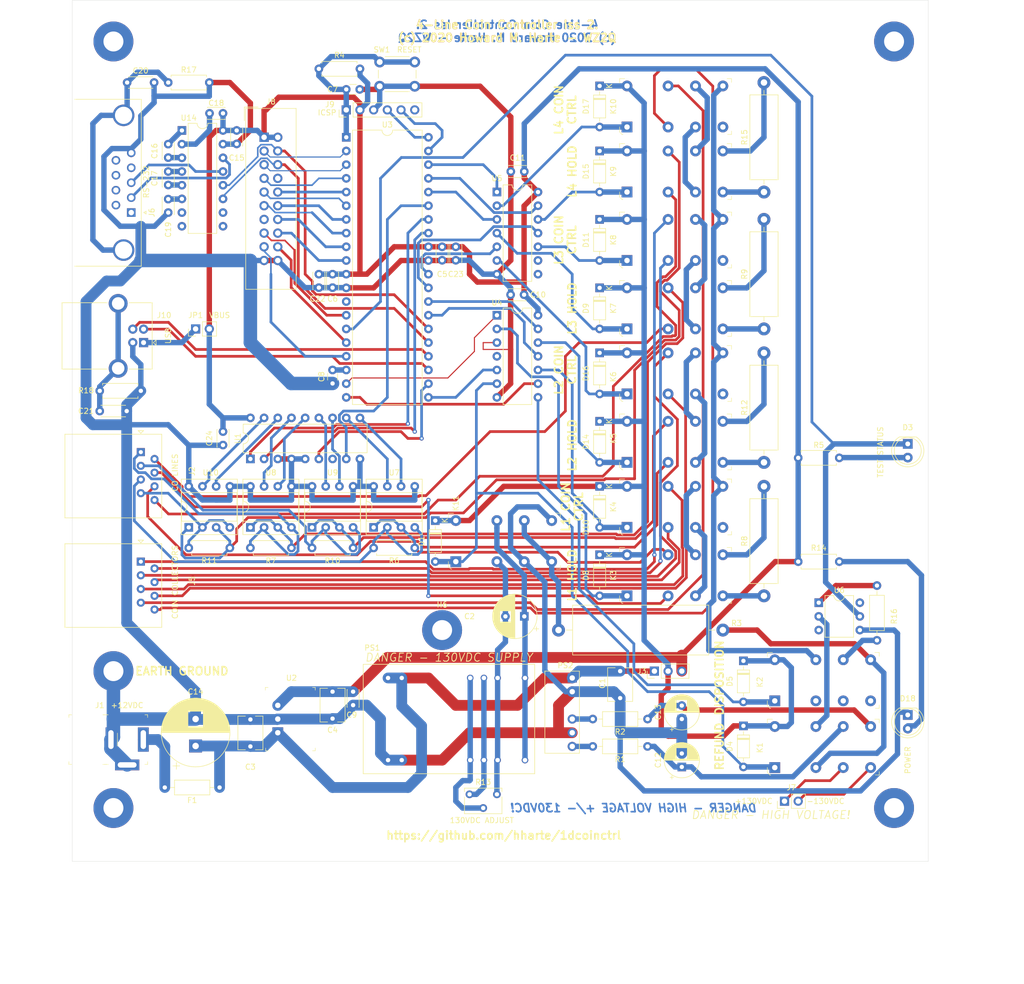
<source format=kicad_pcb>
(kicad_pcb (version 20211014) (generator pcbnew)
  (layers (0 "F.Cu" signal) (31 "B.Cu" signal) (34 "B.Paste" user) (35 "F.Paste" user) (36 "B.SilkS" user "B.Silkscreen") (37 "F.SilkS" user "F.Silkscreen") (38 "B.Mask" user) (39 "F.Mask" user) (44 "Edge.Cuts" user))
  (net 0 "")
  (net 1 "+12V")
  (net 2 "GND")
  (net 3 "/Power/+130VDC")
  (net 4 "/Power/-130VDC")
  (net 5 "+5V")
  (net 6 "/GPIO/MCLR")
  (net 7 "Net-(C8-Pad2)")
  (net 8 "Net-(D3-Pad2)")
  (net 9 "Net-(D18-Pad2)")
  (net 10 "/L3_CO_TIP")
  (net 11 "/L2_CO_TIP")
  (net 12 "/L1_CO_TIP")
  (net 13 "/L4_CO_TIP")
  (net 14 "/L3_CO_RING")
  (net 15 "/L1_CO_RING")
  (net 16 "/L2_CO_RING")
  (net 17 "/L4_CO_RING")
  (net 18 "/L3_COIN_TIP")
  (net 19 "/L3_COIN_RING")
  (net 20 "/L2_COIN_TIP")
  (net 21 "/L1_COIN_RING")
  (net 22 "/L1_COIN_TIP")
  (net 23 "/L2_COIN_RING")
  (net 24 "/L4_COIN_TIP")
  (net 25 "/L4_COIN_RING")
  (net 26 "/GPIO/C12IN0-")
  (net 27 "/GPIO/UART_TX")
  (net 28 "/GPIO/C12IN1-")
  (net 29 "/GPIO/UART_RX")
  (net 30 "/GPIO/C2IN+")
  (net 31 "/GPIO/C2OUT")
  (net 32 "/GPIO/C1OUT")
  (net 33 "/GPIO/ICSP_PGC")
  (net 34 "/GPIO/ICSP_PGD")
  (net 35 "Net-(J10-Pad1)")
  (net 36 "/GPIO/USB_DM")
  (net 37 "/GPIO/USB_DP")
  (net 38 "Net-(K1-Pad13)")
  (net 39 "/Common Control/-130VDC")
  (net 40 "/Common Control/+130VDC")
  (net 41 "Net-(K2-Pad11)")
  (net 42 "Net-(K3-Pad6)")
  (net 43 "Net-(K3-Pad8)")
  (net 44 "Net-(K3-Pad13)")
  (net 45 "Net-(K3-Pad11)")
  (net 46 "Net-(K3-Pad9)")
  (net 47 "Net-(K5-Pad9)")
  (net 48 "Net-(K5-Pad11)")
  (net 49 "Net-(K5-Pad13)")
  (net 50 "Net-(K5-Pad8)")
  (net 51 "Net-(K5-Pad6)")
  (net 52 "Net-(K7-Pad6)")
  (net 53 "Net-(K7-Pad8)")
  (net 54 "Net-(K7-Pad13)")
  (net 55 "Net-(K7-Pad11)")
  (net 56 "Net-(K7-Pad9)")
  (net 57 "Net-(K10-Pad6)")
  (net 58 "Net-(K9-Pad8)")
  (net 59 "Net-(K9-Pad13)")
  (net 60 "Net-(K10-Pad11)")
  (net 61 "Net-(K9-Pad9)")
  (net 62 "Net-(K11-Pad11)")
  (net 63 "Net-(PS1-Pad17)")
  (net 64 "Net-(PS1-Pad16)")
  (net 65 "/GPIO/RD0_L1_HOLD_CD")
  (net 66 "/GPIO/RD2_REFUND")
  (net 67 "/GPIO/RD5_L2_HOLD_CO")
  (net 68 "Net-(PS2-Pad5)")
  (net 69 "Net-(PS2-Pad3)")
  (net 70 "+12V_RELAY")
  (net 71 "Net-(C16-Pad2)")
  (net 72 "Net-(C16-Pad1)")
  (net 73 "Net-(C17-Pad2)")
  (net 74 "Net-(C17-Pad1)")
  (net 75 "Net-(C18-Pad2)")
  (net 76 "Net-(C19-Pad1)")
  (net 77 "Net-(C20-Pad1)")
  (net 78 "Net-(J6-Pad3)")
  (net 79 "Net-(J6-Pad2)")
  (net 80 "Net-(R16-Pad2)")
  (net 81 "/Power/+25VDC")
  (net 82 "/Power/-25VDC")
  (net 83 "/Common Control/REFUND")
  (net 84 "/Common Control/TEST_STATUS_N")
  (net 85 "/Common Control/DISPOSITION")
  (net 86 "/Coin Line Control/L1_HOLD_CO")
  (net 87 "/Coin Line Control/L3_HOLD_CO")
  (net 88 "/Coin Line Control/L1_COIN_CONTROL")
  (net 89 "/Coin Line Control/L3_COIN_CONTROL")
  (net 90 "/Coin Line Control/L2_HOLD_CO")
  (net 91 "/Coin Line Control/L4_HOLD_CO")
  (net 92 "/Coin Line Control/L2_COIN_CONTROL")
  (net 93 "/Coin Line Control/L4_COIN_CONTROL")
  (net 94 "/Common Control/V_COIN_RELAY")
  (net 95 "/Coin Line Control/COIN_OP")
  (net 96 "/GPIO/C1IN+")
  (net 97 "Net-(C21-Pad1)")
  (net 98 "/GPIO/RD4_L1_COIN_CONTROL")
  (net 99 "/GPIO/RA6_CLKO")
  (net 100 "/GPIO/CCP2")
  (net 101 "/GPIO/CCP1")
  (net 102 "/GPIO/RB1_L4_COIN_CONTROL")
  (net 103 "/GPIO/RD7_L2_COIN_CONTROL")
  (net 104 "/GPIO/RE2")
  (net 105 "/GPIO/RE1")
  (net 106 "/GPIO/RE0")
  (net 107 "/GPIO/RD1_DISPOSITION")
  (net 108 "/GPIO/RD6_L3_COIN_CONTROL")
  (net 109 "/Coin Line Control/L4_OFF_HOOK_R")
  (net 110 "/Coin Line Control/L4_OFF_HOOK_F")
  (net 111 "/Coin Line Control/L3_OFF_HOOK_R")
  (net 112 "/Coin Line Control/L3_OFF_HOOK_F")
  (net 113 "/Coin Line Control/L2_OFF_HOOK_R")
  (net 114 "/Coin Line Control/L2_OFF_HOOK_F")
  (net 115 "/Coin Line Control/L1_OFF_HOOK_R")
  (net 116 "/Coin Line Control/L1_OFF_HOOK_F")
  (net 117 "/GPIO/I2C_INT")
  (net 118 "/GPIO/I2C_RESET")
  (net 119 "/GPIO/I2C_SDA")
  (net 120 "/GPIO/I2C_SCL")
  (net 121 "/GPIO/RB4_L4_HOLD_CO")
  (net 122 "/GPIO/RB3_L3_HOLD_CO")
  (net 123 "Net-(F1-Pad2)")
  (footprint "Capacitor_THT:C_Disc_D6.0mm_W4.4mm_P5.00mm" (layer "F.Cu") (at 185.42 144.78 -90)
    (fp_text reference "C1")
    (fp_text value "10uF 25V")
  )
  (footprint "Capacitor_THT:CP_Radial_D8.0mm_P3.50mm" (layer "F.Cu") (at 167.64 134.62 180)
    (fp_text reference "C2")
    (fp_text value "4.7uF 250V")
  )
  (footprint "Capacitor_THT:C_Disc_D6.0mm_W4.4mm_P5.00mm" (layer "F.Cu") (at 116.84 158.75 90)
    (fp_text reference "C3")
    (fp_text value "10uF 25V")
  )
  (footprint "Capacitor_THT:C_Disc_D6.0mm_W4.4mm_P5.00mm" (layer "F.Cu") (at 132.08 148.59 -90)
    (fp_text reference "C4")
    (fp_text value "22uF 16V")
  )
  (footprint "Capacitor_THT:C_Disc_D3.0mm_W2.0mm_P2.50mm" (layer "F.Cu") (at 152.4 66.04 -90)
    (fp_text reference "C5")
    (fp_text value "0.1uF")
  )
  (footprint "Capacitor_THT:C_Disc_D3.0mm_W2.0mm_P2.50mm" (layer "F.Cu") (at 132.08 71.12 -90)
    (fp_text reference "C6")
    (fp_text value "0.1uF")
  )
  (footprint "Capacitor_THT:C_Disc_D3.0mm_W1.6mm_P2.50mm" (layer "F.Cu") (at 134.62 36.83)
    (fp_text reference "C7")
    (fp_text value "0.01uF")
  )
  (footprint "Capacitor_THT:C_Disc_D3.0mm_W1.6mm_P2.50mm" (layer "F.Cu") (at 132.08 91.4 90)
    (fp_text reference "C8")
    (fp_text value "0.47uF")
  )
  (footprint "Capacitor_THT:C_Disc_D3.0mm_W2.0mm_P2.50mm" (layer "F.Cu") (at 135.89 148.59 -90)
    (fp_text reference "C9")
    (fp_text value "0.1uF")
  )
  (footprint "Capacitor_THT:C_Disc_D3.0mm_W2.0mm_P2.50mm" (layer "F.Cu") (at 167.64 52.07 180)
    (fp_text reference "C11")
    (fp_text value "0.1uF")
  )
  (footprint "Diode_THT:D_DO-35_SOD27_P7.62mm_Horizontal" (layer "F.Cu") (at 151.13 116.84 -90)
    (fp_text reference "D1")
    (fp_text value "1N4148")
  )
  (footprint "Diode_THT:D_DO-35_SOD27_P7.62mm_Horizontal" (layer "F.Cu") (at 208.28 154.94 -90)
    (fp_text reference "D4")
    (fp_text value "1N4148")
  )
  (footprint "Diode_THT:D_DO-35_SOD27_P7.62mm_Horizontal" (layer "F.Cu") (at 181.61 123.19 -90)
    (fp_text reference "D8")
    (fp_text value "1N4148")
  )
  (footprint "Diode_THT:D_DO-35_SOD27_P7.62mm_Horizontal" (layer "F.Cu") (at 181.61 73.66 -90)
    (fp_text reference "D9")
    (fp_text value "1N4148")
  )
  (footprint "Diode_THT:D_DO-35_SOD27_P7.62mm_Horizontal" (layer "F.Cu") (at 181.61 110.49 -90)
    (fp_text reference "D10")
    (fp_text value "1N4148")
  )
  (footprint "Diode_THT:D_DO-35_SOD27_P7.62mm_Horizontal" (layer "F.Cu") (at 181.61 60.96 -90)
    (fp_text reference "D11")
    (fp_text value "1N4148")
  )
  (footprint "Diode_THT:D_DO-35_SOD27_P7.62mm_Horizontal" (layer "F.Cu") (at 181.61 98.425 -90)
    (fp_text reference "D14")
    (fp_text value "1N4148")
  )
  (footprint "Diode_THT:D_DO-35_SOD27_P7.62mm_Horizontal" (layer "F.Cu") (at 181.61 48.26 -90)
    (fp_text reference "D15")
    (fp_text value "1N4148")
  )
  (footprint "Diode_THT:D_DO-35_SOD27_P7.62mm_Horizontal" (layer "F.Cu") (at 181.61 85.725 -90)
    (fp_text reference "D16")
    (fp_text value "1N4148")
  )
  (footprint "Diode_THT:D_DO-35_SOD27_P7.62mm_Horizontal" (layer "F.Cu") (at 181.61 36.195 -90)
    (fp_text reference "D17")
    (fp_text value "1N4148")
  )
  (footprint "LED_THT:LED_D5.0mm" (layer "F.Cu") (at 238.76 152.908 -90)
    (fp_text reference "D18")
    (fp_text value "POWER_LED")
  )
  (footprint "digikey-footprints:Barrel_Jack_5.5mmODx2.1mmID_PJ-202A" (layer "F.Cu") (at 93.98 157.48 90)
    (fp_text reference "J1")
    (fp_text value "+12V INPUT")
  )
  (footprint "Connector_RJ:RJ45_Amphenol_54602-x08_Horizontal" (layer "F.Cu") (at 96.52 104.14 -90)
    (fp_text reference "J2")
    (fp_text value "CO LINE")
  )
  (footprint "Connector_PinHeader_2.54mm:PinHeader_1x03_P2.54mm_Vertical" (layer "F.Cu") (at 191.77 144.78 90)
    (fp_text reference "J3")
    (fp_text value "V_RLY_SEL")
  )
  (footprint "Connector_RJ:RJ45_Amphenol_54602-x08_Horizontal" (layer "F.Cu") (at 96.52 124.46 -90)
    (fp_text reference "J5")
    (fp_text value "COIN LINE")
  )
  (footprint "Connector_IDC:IDC-Header_2x10_P2.54mm_Vertical" (layer "F.Cu") (at 119.38 45.72)
    (fp_text reference "J8")
    (fp_text value "Conn_02x10_Odd_Even")
  )
  (footprint "Connector_USB:USB_B_OST_USB-B1HSxx_Horizontal" (layer "F.Cu") (at 97.028 83.82 180)
    (fp_text reference "J10")
    (fp_text value "USB_B")
  )
  (footprint "digikey-footprints:Relay_THT_G5V-2" (layer "F.Cu") (at 214.095001 162.675001)
    (fp_text reference "K1")
    (fp_text value "G5V-2-DC12")
  )
  (footprint "digikey-footprints:Relay_THT_G5V-2" (layer "F.Cu") (at 214.095001 150.295001)
    (fp_text reference "K2")
    (fp_text value "G5V-2-DC12")
  )
  (footprint "digikey-footprints:Relay_THT_G5V-2" (layer "F.Cu") (at 186.69 118.11)
    (fp_text reference "K4")
    (fp_text value "L1_COIN_CTRL")
  )
  (footprint "digikey-footprints:Relay_THT_G5V-2" (layer "F.Cu") (at 186.69 106.045)
    (fp_text reference "K5")
    (fp_text value "L2_HOLD")
  )
  (footprint "digikey-footprints:Relay_THT_G5V-2" (layer "F.Cu") (at 186.69 93.345)
    (fp_text reference "K6")
    (fp_text value "L2_COIN_CTRL")
  )
  (footprint "digikey-footprints:Relay_THT_G5V-2" (layer "F.Cu") (at 186.69 81.28)
    (fp_text reference "K7")
    (fp_text value "L3_HOLD")
  )
  (footprint "digikey-footprints:Relay_THT_G5V-2" (layer "F.Cu") (at 186.69 55.88)
    (fp_text reference "K9")
    (fp_text value "L4_HOLD")
  )
  (footprint "digikey-footprints:Relay_THT_G5V-2" (layer "F.Cu") (at 186.69 43.815)
    (fp_text reference "K10")
    (fp_text value "L4_COIN_CTRL")
  )
  (footprint "digikey-footprints:Relay_THT_G5V-2" (layer "F.Cu") (at 154.94 124.46)
    (fp_text reference "K11")
    (fp_text value "G5V-2-DC12")
  )
  (footprint "kicad-snapeda:CONV_R12-100B" (layer "F.Cu") (at 153.67 153.67)
    (fp_text reference "PS1")
    (fp_text value "R12-100B")
  )
  (footprint "Resistor_THT:R_Axial_Power_L25.0mm_W9.0mm_P30.48mm" (layer "F.Cu") (at 204.47 137.16 180)
    (fp_text reference "R3")
    (fp_text value "1.5K 5W")
  )
  (footprint "Resistor_THT:R_Axial_DIN0207_L6.3mm_D2.5mm_P7.62mm_Horizontal" (layer "F.Cu") (at 137.16 33.02 180)
    (fp_text reference "R4")
    (fp_text value "10K")
  )
  (footprint "Resistor_THT:R_Axial_DIN0516_L15.5mm_D5.0mm_P20.32mm_Horizontal" (layer "F.Cu") (at 212.09 130.81 90)
    (fp_text reference "R8")
    (fp_text value "120 2W")
  )
  (footprint "Resistor_THT:R_Axial_DIN0516_L15.5mm_D5.0mm_P20.32mm_Horizontal" (layer "F.Cu") (at 212.09 81.28 90)
    (fp_text reference "R9")
    (fp_text value "120 2W")
  )
  (footprint "Resistor_THT:R_Axial_DIN0516_L15.5mm_D5.0mm_P20.32mm_Horizontal" (layer "F.Cu") (at 212.09 106.045 90)
    (fp_text reference "R12")
    (fp_text value "120 2W")
  )
  (footprint "Resistor_THT:R_Axial_DIN0516_L15.5mm_D5.0mm_P20.32mm_Horizontal" (layer "F.Cu") (at 212.09 55.88 90)
    (fp_text reference "R15")
    (fp_text value "120 2W")
  )
  (footprint "Potentiometer_THT:Potentiometer_Bourns_3266W_Vertical" (layer "F.Cu") (at 162.56 167.64)
    (fp_text reference "R13")
    (fp_text value "5K")
  )
  (footprint "Resistor_THT:R_Axial_DIN0207_L6.3mm_D2.5mm_P7.62mm_Horizontal" (layer "F.Cu") (at 226.06 124.46 180)
    (fp_text reference "R14")
    (fp_text value "220")
  )
  (footprint "Button_Switch_THT:SW_PUSH_6mm" (layer "F.Cu") (at 140.82 31.75)
    (fp_text reference "SW1")
    (fp_text value "SW_Push")
  )
  (footprint "1dcoinctrl_r2:IA1224S" (layer "F.Cu") (at 176.53 146.05)
    (fp_text reference "PS2")
    (fp_text value "IA1224S")
  )
  (footprint "digikey-footprints:3-SIP_Module_V7805-1000" (layer "F.Cu") (at 121.92 156.21 90)
    (fp_text reference "U2")
    (fp_text value "V7805-1000")
  )
  (footprint "Package_DIP:DIP-40_W15.24mm" (layer "F.Cu") (at 134.62 45.72)
    (fp_text reference "U3")
    (fp_text value "PIC18F4550-IP")
  )
  (footprint "Package_DIP:DIP-14_W7.62mm" (layer "F.Cu") (at 162.56 78.74)
    (fp_text reference "U4")
    (fp_text value "74LS06")
  )
  (footprint "Package_DIP:DIP-14_W7.62mm" (layer "F.Cu") (at 162.56 55.88)
    (fp_text reference "U5")
    (fp_text value "74LS06")
  )
  (footprint "Package_DIP:DIP-6_W7.62mm" (layer "F.Cu") (at 222.25 132.08)
    (fp_text reference "U6")
    (fp_text value "H11AA1")
  )
  (footprint "Capacitor_THT:C_Disc_D3.0mm_W2.0mm_P2.50mm" (layer "F.Cu") (at 167.6 74.93 180)
    (fp_text reference "C10")
    (fp_text value "0.1uF")
  )
  (footprint "digikey-footprints:Relay_THT_G5V-2" (layer "F.Cu") (at 186.69 130.81)
    (fp_text reference "K3")
    (fp_text value "L1_HOLD")
  )
  (footprint "Capacitor_THT:CP_Radial_D6.3mm_P2.50mm" (layer "F.Cu") (at 196.85 162.56 90)
    (fp_text reference "C12")
    (fp_text value "10uF 50V")
  )
  (footprint "Capacitor_THT:CP_Radial_D6.3mm_P2.50mm" (layer "F.Cu") (at 196.85 153.67 90)
    (fp_text reference "C13")
    (fp_text value "10uF 50V")
  )
  (footprint "Capacitor_THT:CP_Radial_D12.5mm_P5.00mm" (layer "F.Cu") (at 106.68 158.67 90)
    (fp_text reference "C14")
    (fp_text value "1000uF 25V")
  )
  (footprint "Resistor_THT:R_Axial_DIN0207_L6.3mm_D2.5mm_P10.16mm_Horizontal" (layer "F.Cu") (at 190.5 153.67 180)
    (fp_text reference "R2")
    (fp_text value "1.5K 1W")
  )
  (footprint "Resistor_THT:R_Axial_DIN0207_L6.3mm_D2.5mm_P10.16mm_Horizontal" (layer "F.Cu") (at 190.5 158.75 180)
    (fp_text reference "R1")
    (fp_text value "1.5K 1W")
  )
  (footprint "LED_THT:LED_D5.0mm" (layer "F.Cu") (at 238.76 102.616 -90)
    (fp_text reference "D3")
    (fp_text value "LED")
  )
  (footprint "digikey-footprints:Relay_THT_G5V-2" (layer "F.Cu") (at 186.69 68.58)
    (fp_text reference "K8")
    (fp_text value "L3_COIN_CTRL")
  )
  (footprint "Diode_THT:D_DO-35_SOD27_P7.62mm_Horizontal" (layer "F.Cu") (at 208.28 142.875 -90)
    (fp_text reference "D5")
    (fp_text value "1N4148")
  )
  (footprint "Resistor_THT:R_Axial_DIN0207_L6.3mm_D2.5mm_P7.62mm_Horizontal" (layer "F.Cu") (at 218.44 105.2068)
    (fp_text reference "R5")
    (fp_text value "220")
  )
  (footprint "Capacitor_THT:C_Disc_D3.0mm_W2.0mm_P2.50mm" (layer "F.Cu") (at 101.6 46.99 -90)
    (fp_text reference "C16")
    (fp_text value "0.1uF")
  )
  (footprint "Capacitor_THT:C_Disc_D3.0mm_W2.0mm_P2.50mm" (layer "F.Cu") (at 101.6 52.07 -90)
    (fp_text reference "C17")
    (fp_text value "0.1uF")
  )
  (footprint "Capacitor_THT:C_Disc_D3.0mm_W2.0mm_P2.50mm" (layer "F.Cu") (at 111.76 41.275 180)
    (fp_text reference "C18")
    (fp_text value "0.1uF")
  )
  (footprint "Capacitor_THT:C_Disc_D3.0mm_W2.0mm_P2.50mm" (layer "F.Cu") (at 101.6 57.19 -90)
    (fp_text reference "C19")
    (fp_text value "0.1uF")
  )
  (footprint "Connector_Dsub:DSUB-9_Female_Horizontal_P2.77x2.84mm_EdgePinOffset7.70mm_Housed_MountingHolesOffset9.12mm" (layer "F.Cu") (at 94.742 59.69 -90)
    (fp_text reference "J6")
    (fp_text value "DB9_Female_MountingHoles")
  )
  (footprint "Resistor_THT:R_Axial_DIN0207_L6.3mm_D2.5mm_P7.62mm_Horizontal" (layer "F.Cu") (at 101.6 35.56)
    (fp_text reference "R17")
    (fp_text value "1M")
  )
  (footprint "Package_DIP:DIP-16_W7.62mm" (layer "F.Cu") (at 104.14 44.45)
    (fp_text reference "U14")
    (fp_text value "MAX202")
  )
  (footprint "Connector_PinHeader_2.54mm:PinHeader_1x06_P2.54mm_Vertical" (layer "F.Cu") (at 134.62 40.64 90)
    (fp_text reference "J9")
    (fp_text value "Conn_01x06_Male")
  )
  (footprint "Capacitor_THT:C_Disc_D4.3mm_W1.9mm_P5.00mm" (layer "F.Cu") (at 93.98 35.56)
    (fp_text reference "C20")
    (fp_text value "4700pF")
  )
  (footprint "Resistor_THT:R_Axial_DIN0207_L6.3mm_D2.5mm_P10.16mm_Horizontal" (layer "F.Cu") (at 233.045 139.065 90)
    (fp_text reference "R16")
    (fp_text value "1.5K 1W")
  )
  (footprint "Capacitor_THT:C_Disc_D4.3mm_W1.9mm_P5.00mm" (layer "F.Cu") (at 88.9 96.52)
    (fp_text reference "C21")
    (fp_text value "4700pF")
  )
  (footprint "Resistor_THT:R_Axial_DIN0207_L6.3mm_D2.5mm_P7.62mm_Horizontal" (layer "F.Cu") (at 88.9 92.77)
    (fp_text reference "R18")
    (fp_text value "1M")
  )
  (footprint "Capacitor_THT:C_Disc_D3.0mm_W2.0mm_P2.50mm" (layer "F.Cu") (at 114.3 44.45 -90)
    (fp_text reference "C15")
    (fp_text value "0.1uF")
  )
  (footprint "Connector_PinHeader_2.54mm:PinHeader_1x02_P2.54mm_Vertical" (layer "F.Cu") (at 215.9 168.91 90)
    (fp_text reference "J7")
    (fp_text value "Conn_01x02")
  )
  (footprint "Connector_PinHeader_2.54mm:PinHeader_1x02_P2.54mm_Vertical" (layer "F.Cu") (at 106.68 81.28 90)
    (fp_text reference "JP1")
    (fp_text value "Jumper_2_Open")
  )
  (footprint "MountingHole:MountingHole_3.7mm_Pad" (layer "F.Cu") (at 91.44 170.18)
    (fp_text reference "H1" hide)
    (fp_text value "MountingHole")
  )
  (footprint "MountingHole:MountingHole_3.7mm_Pad" (layer "F.Cu") (at 236.22 170.18)
    (fp_text reference "H2" hide)
    (fp_text value "MountingHole")
  )
  (footprint "MountingHole:MountingHole_3.7mm_Pad" (layer "F.Cu") (at 91.44 27.94)
    (fp_text reference "H3" hide)
    (fp_text value "MountingHole")
  )
  (footprint "MountingHole:MountingHole_3.7mm_Pad" (layer "F.Cu") (at 236.22 27.94)
    (fp_text reference "H4" hide)
    (fp_text value "MountingHole")
  )
  (footprint "MountingHole:MountingHole_3.7mm_Pad" (layer "F.Cu") (at 91.44 144.78)
    (fp_text reference "H5" hide)
    (fp_text value "MountingHole_Pad")
  )
  (footprint "Capacitor_THT:C_Disc_D3.0mm_W2.0mm_P2.50mm" (layer "F.Cu") (at 129.54 71.12 -90)
    (fp_text reference "C22")
    (fp_text value "0.001uF")
  )
  (footprint "Capacitor_THT:C_Disc_D3.0mm_W2.0mm_P2.50mm" (layer "F.Cu") (at 154.94 66.04 -90)
    (fp_text reference "C23")
    (fp_text value "0.001uF")
  )
  (footprint "MountingHole:MountingHole_3.7mm_Pad" (layer "F.Cu") (at 152.4 137.16)
    (fp_text reference "H6")
    (fp_text value "MountingHole")
  )
  (footprint "Resistor_THT:R_Axial_DIN0207_L6.3mm_D2.5mm_P7.62mm_Horizontal" (layer "F.Cu") (at 147.32 121.92 180)
    (fp_text reference "R6")
    (fp_text value "120")
  )
  (footprint "Resistor_THT:R_Axial_DIN0207_L6.3mm_D2.5mm_P7.62mm_Horizontal" (layer "F.Cu") (at 135.89 121.92 180)
    (fp_text reference "R10")
    (fp_text value "120")
  )
  (footprint "Package_DIP:DIP-18_W7.62mm" (layer "F.Cu") (at 116.84 105.41 90)
    (fp_text reference "U1")
    (fp_text value "MCP23008-xP")
  )
  (footprint "Package_DIP:DIP-8_W7.62mm_Socket" (layer "F.Cu") (at 139.7 118.11 90)
    (fp_text reference "U7")
    (fp_text value "ILD74")
  )
  (footprint "Package_DIP:DIP-8_W7.62mm_Socket" (layer "F.Cu") (at 128.27 118.11 90)
    (fp_text reference "U9")
    (fp_text value "ILD74")
  )
  (footprint "Package_DIP:DIP-8_W7.62mm_Socket" (layer "F.Cu") (at 105.41 118.11 90)
    (fp_text reference "U10")
    (fp_text value "ILD74")
  )
  (footprint "Resistor_THT:R_Axial_DIN0207_L6.3mm_D2.5mm_P7.62mm_Horizontal" (layer "F.Cu") (at 124.46 121.92 180)
    (fp_text reference "R7")
    (fp_text value "120")
  )
  (footprint "Resistor_THT:R_Axial_DIN0207_L6.3mm_D2.5mm_P7.62mm_Horizontal" (layer "F.Cu") (at 113.03 121.92 180)
    (fp_text reference "R11")
    (fp_text value "120")
  )
  (footprint "Package_DIP:DIP-8_W7.62mm_Socket" (layer "F.Cu") (at 116.84 118.11 90)
    (fp_text reference "U8")
    (fp_text value "ILD74")
  )
  (footprint "Resistor_THT:R_Axial_DIN0207_L6.3mm_D2.5mm_P10.16mm_Horizontal" (layer "F.Cu") (at 111.125 166.37 180)
    (fp_text reference "F1")
    (fp_text value "Fuse")
  )
  (footprint "Capacitor_THT:C_Disc_D3.0mm_W2.0mm_P2.50mm" (layer "F.Cu") (at 111.76 100.33 -90)
    (fp_text reference "C24")
    (fp_text value "0.1uF")
  )
  (gr_line (start 242.57 180.086) (end 83.82 180.086) (layer "Edge.Cuts") (width 0.05))
  (gr_line (start 242.57 20.32) (end 242.57 180.086) (layer "Edge.Cuts") (width 0.05))
  (gr_line (start 83.82 20.32) (end 242.57 20.32) (layer "Edge.Cuts") (width 0.05))
  (gr_line (start 83.82 180.086) (end 83.82 20.32) (layer "Edge.Cuts") (width 0.05))
  (gr_text "4-Line Coin Controller Iss 2.\n(c) 2020 Howard M. Harte - WZ2Q" (at 164.465 26.035) (layer "F.Cu") (effects (font (size 1.5 1.5) (thickness 0.3))))
  (gr_text "4-Line Coin Controller Iss 2.\n(c) 2020 Howard M. Harte - WZ2Q" (at 164.465 26.035) (layer "B.Cu") (effects (font (size 1.5 1.5) (thickness 0.3)) (justify mirror)))
  (gr_text "DANGER - HIGH VOLTAGE +/- 130VDC!" (at 187.96 170.18) (layer "B.Cu") (effects (font (size 1.5 1.5) (thickness 0.3) italic) (justify mirror)))
  (gr_text "4-Line Coin Controller Iss 2.\n(c) 2020 Howard M. Harte - WZ2Q" (at 164.465 26.035) (layer "F.SilkS") (effects (font (size 1.5 1.5) (thickness 0.3))))
  (gr_text "TEST STATUS" (at 233.68 104.14 90) (layer "F.SilkS") (effects (font (size 1 1))))
  (gr_text "L4 HOLD" (at 176.53 52.07 90) (layer "F.SilkS") (effects (font (size 1.5 1.5) (thickness 0.3))))
  (gr_text "L3 COIN\nCTRL" (at 175.26 64.77 90) (layer "F.SilkS") (effects (font (size 1.5 1.5) (thickness 0.3))))
  (gr_text "L2 COIN\nCTRL" (at 175.26 88.9 90) (layer "F.SilkS") (effects (font (size 1.5 1.5) (thickness 0.3))))
  (gr_text "L1 COIN\nCTRL" (at 176.53 114.3 90) (layer "F.SilkS") (effects (font (size 1.5 1.5) (thickness 0.3))))
  (gr_text "L3 HOLD" (at 176.53 77.47 90) (layer "F.SilkS") (effects (font (size 1.5 1.5) (thickness 0.3))))
  (gr_text "L2 HOLD" (at 176.53 102.87 90) (layer "F.SilkS") (effects (font (size 1.5 1.5) (thickness 0.3))))
  (gr_text "L1 HOLD" (at 176.53 127 90) (layer "F.SilkS") (effects (font (size 1.5 1.5) (thickness 0.3))))
  (gr_text "L4 COIN\nCTRL" (at 175.26 40.64 90) (layer "F.SilkS") (effects (font (size 1.5 1.5) (thickness 0.3))))
  (gr_text "EARTH GROUND" (at 104.14 144.78) (layer "F.SilkS") (effects (font (size 1.5 1.5) (thickness 0.3))))
  (gr_text "DISPOSITION" (at 203.835 146.05 90) (layer "F.SilkS") (effects (font (size 1.5 1.5) (thickness 0.3))))
  (gr_text "+12VDC" (at 93.98 151.13) (layer "F.SilkS") (effects (font (size 1 1))))
  (gr_text "CO LINES" (at 102.87 107.95 90) (layer "F.SilkS") (effects (font (size 1 1))))
  (gr_text "+130VDC" (at 210.185 168.91) (layer "F.SilkS") (effects (font (size 1 1))))
  (gr_text "COIN COLLECTORS" (at 102.87 128.27 90) (layer "F.SilkS") (effects (font (size 1 1))))
  (gr_text "DANGER - 130VDC SUPPLY" (at 153.67 142.24) (layer "F.SilkS") (effects (font (size 1.5 1.5) (thickness 0.15) italic)))
  (gr_text "POWER" (at 238.76 161.29 90) (layer "F.SilkS") (effects (font (size 1 1))))
  (gr_text "DANGER - HIGH VOLTAGE!" (at 213.36 171.45) (layer "F.SilkS") (effects (font (size 1.5 1.5) (thickness 0.15) italic)))
  (gr_text "-130VDC" (at 223.52 168.91) (layer "F.SilkS") (effects (font (size 1 1))))
  (gr_text "VBUS" (at 111.125 78.74) (layer "F.SilkS") (effects (font (size 1 1))))
  (gr_text "RESET" (at 146.304 29.464) (layer "F.SilkS") (effects (font (size 1 1))))
  (gr_text "RS-232" (at 97.536 53.975 90) (layer "F.SilkS") (effects (font (size 1 1))))
  (gr_text "REFUND\n" (at 203.835 158.75 90) (layer "F.SilkS") (effects (font (size 1.5 1.5) (thickness 0.3))))
  (gr_text "USB" (at 101.6 82.55 90) (layer "F.SilkS") (effects (font (size 1 1))))
  (gr_text "130VDC ADJUST" (at 159.766 172.466) (layer "F.SilkS") (effects (font (size 1 1))))
  (gr_text "https://github.com/hharte/1dcoinctrl" (at 163.83 175.26) (layer "F.SilkS") (effects (font (size 1.5 1.5) (thickness 0.3))))
  (gr_text "ICSP" (at 131.064 41.148) (layer "F.SilkS") (effects (font (size 1 1))))
  (segment (start 166.37 151.13) (end 154.94 151.13) (width 2) (layer "F.Cu") (net 1))
  (segment (start 149.86 146.05) (end 144.91 146.05) (width 2) (layer "F.Cu") (net 1))
  (segment (start 176.53 146.05) (end 171.45 146.05) (width 2) (layer "F.Cu") (net 1))
  (segment (start 185.42 144.78) (end 191.77 144.78) (width 1) (layer "F.Cu") (net 1))
  (segment (start 171.45 146.05) (end 166.37 151.13) (width 2) (layer "F.Cu") (net 1))
  (segment (start 154.94 151.13) (end 149.86 146.05) (width 2) (layer "F.Cu") (net 1))
  (segment (start 148.59 163.83) (end 146.05 166.37) (width 2) (layer "B.Cu") (net 1))
  (segment (start 148.59 154.94) (end 148.59 163.83) (width 2) (layer "B.Cu") (net 1))
  (segment (start 144.91 151.26) (end 148.59 154.94) (width 2) (layer "B.Cu") (net 1))
  (segment (start 142.37 146.05) (end 144.91 146.05) (width 2) (layer "B.Cu") (net 1))
  (segment (start 146.05 166.37) (end 132.08 166.37) (width 2) (layer "B.Cu") (net 1))
  (segment (start 116.76 158.67) (end 116.84 158.75) (width 2) (layer "B.Cu") (net 1))
  (segment (start 116.84 158.75) (end 119.38 158.75) (width 2) (layer "B.Cu") (net 1))
  (segment (start 106.68 158.67) (end 111.205 158.67) (width 2) (layer "B.Cu") (net 1))
  (segment (start 111.125 158.75) (end 111.205 158.67) (width 2) (layer "B.Cu") (net 1))
  (segment (start 111.125 166.37) (end 111.125 158.75) (width 2) (layer "B.Cu") (net 1))
  (segment (start 144.91 146.05) (end 144.91 151.26) (width 2) (layer "B.Cu") (net 1))
  (segment (start 111.205 158.67) (end 116.76 158.67) (width 2) (layer "B.Cu") (net 1))
  (segment (start 132.08 166.37) (end 121.92 156.21) (width 2) (layer "B.Cu") (net 1))
  (segment (start 177.8 144.78) (end 185.42 144.78) (width 2) (layer "B.Cu") (net 1))
  (segment (start 176.53 146.05) (end 177.8 144.78) (width 2) (layer "B.Cu") (net 1))
  (segment (start 119.38 158.75) (end 121.92 156.21) (width 2) (layer "B.Cu") (net 1))
  (segment (start 173.99 151.13) (end 173.99 156.21) (width 2) (layer "F.Cu") (net 2))
  (segment (start 144.78 68.58) (end 149.86 68.58) (width 1) (layer "F.Cu") (net 2))
  (segment (start 162.56 71.12) (end 165.14 68.54) (width 1) (layer "F.Cu") (net 2))
  (segment (start 173.99 156.21) (end 176.53 156.21) (width 1) (layer "F.Cu") (net 2))
  (segment (start 139.7 73.66) (end 144.78 68.58) (width 1) (layer "F.Cu") (net 2))
  (segment (start 165.1 91.44) (end 165.1 85.09) (width 1) (layer "F.Cu") (net 2))
  (segment (start 176.53 148.59) (end 173.99 151.13) (width 2) (layer "F.Cu") (net 2))
  (segment (start 165.14 41.95) (end 159.44 36.25) (width 1) (layer "F.Cu") (net 2))
  (segment (start 113.03 35.56) (end 116.84 39.37) (width 1) (layer "F.Cu") (net 2))
  (segment (start 165.14 68.54) (end 165.14 52.07) (width 1) (layer "F.Cu") (net 2))
  (segment (start 140.24 36.83) (end 140.82 36.25) (width 1) (layer "F.Cu") (net 2))
  (segment (start 109.22 35.56) (end 113.03 35.56) (width 1) (layer "F.Cu") (net 2))
  (segment (start 119.38 68.58) (end 121.92 68.58) (width 1) (layer "F.Cu") (net 2))
  (segment (start 159.44 36.25) (end 147.32 36.25) (width 1) (layer "F.Cu") (net 2))
  (segment (start 116.84 44.41) (end 114.3 46.95) (width 1) (layer "F.Cu") (net 2))
  (segment (start 165.1 85.09) (end 165.1 74.93) (width 1) (layer "F.Cu") (net 2))
  (segment (start 121.92 105.41) (end 124.46 105.41) (width 1) (layer "F.Cu") (net 2))
  (segment (start 137.12 36.83) (end 140.24 36.83) (width 1) (layer "F.Cu") (net 2))
  (segment (start 152.4 161.29) (end 157.48 156.21) (width 2) (layer "F.Cu") (net 2))
  (segment (start 154.9 68.58) (end 154.94 68.54) (width 1) (layer "F.Cu") (net 2))
  (segment (start 157.48 156.21) (end 176.53 156.21) (width 2) (layer "F.Cu") (net 2))
  (segment (start 144.91 161.29) (end 152.4 161.29) (width 2) (layer "F.Cu") (net 2))
  (segment (start 162.56 83.82) (end 160.02 83.82) (width 0.2) (layer "F.Cu") (net 2))
  (segment (start 165.14 52.07) (end 165.14 41.95) (width 1) (layer "F.Cu") (net 2))
  (segment (start 160.02 85.09) (end 165.1 85.09) (width 0.2) (layer "F.Cu") (net 2))
  (segment (start 162.56 93.98) (end 165.1 91.44) (width 1) (layer "F.Cu") (net 2))
  (segment (start 134.62 73.66) (end 139.7 73.66) (width 1) (layer "F.Cu") (net 2))
  (segment (start 116.84 39.37) (end 116.84 44.41) (width 1) (layer "F.Cu") (net 2))
  (segment (start 160.02 83.82) (end 160.02 85.09) (width 0.2) (layer "F.Cu") (net 2))
  (segment (start 149.86 68.58) (end 154.9 68.58) (width 1) (layer "F.Cu") (net 2))
  (segment (start 96.52 87.884) (end 96.52 92.77) (width 1) (layer "B.Cu") (net 2))
  (segment (start 106.76 153.75) (end 106.68 153.67) (width 2) (layer "B.Cu") (net 2))
  (segment (start 165.1 74.93) (end 165.1 73.66) (width 1) (layer "B.Cu") (net 2))
  (segment (start 90.17 72.39) (end 86.36 76.2) (width 2) (layer "B.Cu") (net 2))
  (segment (start 124.42 91.4) (end 116.84 83.82) (width 2.5) (layer "B.Cu") (net 2))
  (segment (start 137.16 105.41) (end 137.16 110.49) (width 1) (layer "B.Cu") (net 2))
  (segment (start 132.08 91.4) (end 124.42 91.4) (width 2.5) (layer "B.Cu") (net 2))
  (segment (start 147.32 113.03) (end 147.32 110.49) (width 1) (layer "B.Cu") (net 2))
  (segment (start 106.68 153.67) (end 91.44 153.67) (width 2.5) (layer "B.Cu") (net 2))
  (segment (start 139.7 110.49) (end 137.16 110.49) (width 1) (layer "B.Cu") (net 2))
  (segment (start 196.85 156.21) (end 196.85 153.67) (width 2) (layer "B.Cu") (net 2))
  (segment (start 113.03 113.03) (end 110.523896 113.03) (width 1) (layer "B.Cu") (net 2))
  (segment (start 128.27 110.49) (end 124.46 110.49) (width 1) (layer "B.Cu") (net 2))
  (segment (start 185.42 149.78) (end 185.42 156.21) (width 2) (layer "B.Cu") (net 2))
  (segment (start 185.42 162.56) (end 189.865 167.005) (width 1) (layer "B.Cu") (net 2))
  (segment (start 93.9 99.14) (end 93.9 135.81) (width 2) (layer "B.Cu") (net 2))
  (segment (start 171.45 144.712081) (end 175.327919 148.59) (width 1) (layer "B.Cu") (net 2))
  (segment (start 116.84 68.58) (end 96.52 68.58) (width 2.5) (layer "B.Cu") (net 2))
  (segment (start 167.64 124.46) (end 165.1 121.92) (width 1) (layer "B.Cu") (net 2))
  (segment (start 121.84 153.75) (end 121.92 153.67) (width 2) (layer "B.Cu") (net 2))
  (segment (start 96.52 41.75) (end 98.98 39.29) (width 1) (layer "B.Cu") (net 2))
  (segment (start 95.028 83.82) (end 95.028 86.392) (width 1) (layer "B.Cu") (net 2))
  (segment (start 132.08 73.62) (end 126.96 73.62) (width 1) (layer "B.Cu") (net 2))
  (segment (start 171.45 128.27) (end 171.45 144.712081) (width 1) (layer "B.Cu") (net 2))
  (segment (start 126.96 73.62) (end 121.92 68.58) (width 1) (layer "B.Cu") (net 2))
  (segment (start 134.58 73.62) (end 134.62 73.66) (width 1) (layer "B.Cu") (net 2))
  (segment (start 90.98 157.48) (end 90.98 159.18) (width 2.5) (layer "B.Cu") (net 2))
  (segment (start 86.36 97.79) (end 87.63 99.06) (width 2) (layer "B.Cu") (net 2))
  (segment (start 92.71 62.23) (end 96.52 62.23) (width 1) (layer "B.Cu") (net 2))
  (segment (start 95.028 86.392) (end 96.52 87.884) (width 1) (layer "B.Cu") (net 2))
  (segment (start 99.06 38.1) (end 98.98 38.02) (width 1) (layer "B.Cu") (net 2))
  (segment (start 99.06 62.23) (end 96.52 62.23) (width 1) (layer "B.Cu") (net 2))
  (segment (start 91.44 144.78) (end 91.44 153.67) (width 2.5) (layer "B.Cu") (net 2))
  (segment (start 124.46 110.49) (end 124.46 113.03) (width 1) (layer "B.Cu") (net 2))
  (segment (start 86.36 76.2) (end 86.36 97.79) (width 2) (layer "B.Cu") (net 2))
  (segment (start 165.1 73.66) (end 162.56 71.12) (width 1) (layer "B.Cu") (net 2))
  (segment (start 189.865 167.005) (end 230.001804 167.005) (width 1) (layer "B.Cu") (net 2))
  (segment (start 105.41 110.49) (end 105.41 102.87) (width 1) (layer "B.Cu") (net 2))
  (segment (start 113.03 110.49) (end 113.03 113.03) (width 1) (layer "B.Cu") (net 2))
  (segment (start 133.39 153.59) (end 135.89 151.09) (width 2) (layer "B.Cu") (net 2))
  (segment (start 142.37 161.29) (end 144.91 161.29) (width 2) (layer "B.Cu") (net 2))
  (segment (start 137.16 110.49) (end 135.89 110.49) (width 1) (layer "B.Cu") (net 2))
  (segment (start 92.71 62.23) (end 89.679999 59.199999) (width 1) (layer "B.Cu") (net 2))
  (segment (start 128.27 113.03) (end 135.89 113.03) (width 1) (layer "B.Cu") (net 2))
  (segment (start 91.44 157.02) (end 90.98 157.48) (width 2.5) (layer "B.Cu") (net 2))
  (segment (start 106.68 148.59) (end 106.68 153.67) (width 2) (layer "B.Cu") (net 2))
  (segment (start 139.7 113.03) (end 147.32 113.03) (width 1) (layer "B.Cu") (net 2))
  (segment (start 166.37 114.3) (end 170.18 114.3) (width 1) (layer "B.Cu") (net 2))
  (segment (start 96.52 62.23) (end 96.52 68.58) (width 2) (layer "B.Cu") (net 2))
  (segment (start 121.92 153.67) (end 132 153.67) (width 2) (layer "B.Cu") (net 2))
  (segment (start 98.98 39.29) (end 98.98 38.02) (width 1) (layer "B.Cu") (net 2))
  (segment (start 236.855 152.4) (end 236.855 137.795) (width 1) (layer "B.Cu") (net 2))
  (segment (start 139.7 40.64) (end 140.82 39.52) (width 1) (layer "B.Cu") (net 2))
  (segment (start 140.97 160.02) (end 142.24 161.29) (width 2) (layer "B.Cu") (net 2))
  (segment (start 238.76 152.4) (end 236.855 152.4) (width 1) (layer "B.Cu") (net 2))
  (segment (start 140.82 39.52) (end 140.82 36.25) (width 1) (layer "B.Cu") (net 2))
  (segment (start 93.9 96.52) (end 93.9 99.14) (width 2) (layer "B.Cu") (net 2))
  (segment (start 109.22 38.1) (end 99.06 38.1) (width 1) (layer "B.Cu") (net 2))
  (segment (start 138.39 151.09) (end 140.97 153.67) (width 2) (layer "B.Cu") (net 2))
  (segment (start 105.41 102.87) (end 101.6 99.06) (width 1) (layer "B.Cu") (net 2))
  (segment (start 116.84 110.49) (end 113.03 110.49) (width 1) (layer "B.Cu") (net 2))
  (segment (start 89.679999 49.294199) (end 91.164197 47.810001) (width 1) (layer "B.Cu") (net 2))
  (segment (start 142.24 161.29) (end 142.37 161.29) (width 2) (layer "B.Cu") (net 2))
  (segment (start 111.72 102.87) (end 111.76 102.83) (width 1) (layer "B.Cu") (net 2))
  (segment (start 132.08 73.62) (end 134.58 73.62) (width 1) (layer "B.Cu") (net 2))
  (segment (start 132.08 153.59) (end 133.39 153.59) (width 2) (layer "B.Cu") (net 2))
  (segment (start 124.46 110.49) (end 124.46 105.41) (width 1) (layer "B.Cu") (net 2))
  (segment (start 94.742 47.848) (end 94.779999 47.810001) (width 1) (layer "B.Cu") (net 2))
  (segment (start 93.98 99.06) (end 93.9 99.14) (width 1) (layer "B.Cu") (net 2))
  (segment (start 165.1 115.57) (end 166.37 114.3) (width 1) (layer "B.Cu") (net 2))
  (segment (start 96.52 46.07) (end 96.52 41.75) (width 1) (layer "B.Cu") (net 2))
  (segment (start 110.506948 113.013052) (end 107.933052 113.013052) (width 1) (layer "B.Cu") (net 2))
  (segment (start 111.76 46.99) (end 114.26 46.99) (width 1) (layer "B.Cu") (net 2))
  (segment (start 124.46 113.03) (end 116.84 113.03) (width 1) (layer "B.Cu") (net 2))
  (segment (start 91.44 153.67) (end 91.44 157.02) (width 2.5) (layer "B.Cu") (net 2))
  (segment (start 165.1 121.92) (end 165.1 115.57) (width 1) (layer "B.Cu") (net 2))
  (segment (start 132 153.67) (end 132.08 153.59) (width 2) (layer "B.Cu") (net 2))
  (segment (start 184.23 148.59) (end 185.42 149.78) (width 2) (layer "B.Cu") (net 2))
  (segment (start 96.52 68.58) (end 92.71 72.39) (width 2) (layer "B.Cu") (net 2))
  (segment (start 89.679999 59.199999) (end 89.679999 49.294199) (width 1) (layer "B.Cu") (net 2))
  (segment (start 105.41 102.87) (end 111.72 102.87) (width 1) (layer "B.Cu") (net 2))
  (segment (start 139.7 113.03) (end 139.7 110.49) (width 1) (layer "B.Cu") (net 2))
  (segment (start 236.855 137.795) (end 236.22 137.16) (width 1) (layer "B.Cu") (net 2))
  (segment (start 140.97 153.67) (end 140.97 160.02) (width 2) (layer "B.Cu") (net 2))
  (segment (start 92.71 72.39) (end 90.17 72.39) (width 2) (layer "B.Cu") (net 2))
  (segment (start 119.38 68.58) (end 96.52 68.58) (width 1) (layer "B.Cu") (net 2))
  (segment (start 94.779999 47.810001) (end 96.52 46.07) (width 1) (layer "B.Cu") (net 2))
  (segment (start 135.89 113.03) (end 135.89 110.49) (width 1) (layer "B.Cu") (net 2))
  (segment (start 170.18 114.3) (end 172.72 116.84) (width 1) (layer "B.Cu") (net 2))
  (segment (start 127 105.41) (end 124.46 105.41) (width 1) (layer "B.Cu") (net 2))
  (segment (start 167.64 124.46) (end 171.45 128.27) (width 1) (layer "B.Cu") (net 2))
  (segment (start 109.22 35.56) (end 109.22 38.1) (width 1) (layer "B.Cu") (net 2))
  (segment (start 236.855 160.151804) (end 236.855 152.4) (width 1) (layer "B.Cu") (net 2))
  (segment (start 94.742 48.61) (end 94.742 47.848) (width 1) (layer "B.Cu") (net 2))
  (segment (start 157.44 68.54) (end 160.02 71.12) (width 1) (layer "B.Cu") (net 2))
  (segment (start 116.84 153.75) (end 121.84 153.75) (width 2) (layer "B.Cu") (net 2))
  (segment (start 91.164197 47.810001) (end 94.779999 47.810001) (width 1) (layer "B.Cu") (net 2))
  (segment (start 185.42 156.21) (end 185.42 162.56) (width 1) (layer "B.Cu") (net 2))
  (segment (start 128.27 113.03) (end 128.27 110.49) (width 1) (layer "B.Cu") (net 2))
  (segment (start 160.02 71.12) (end 162.56 71.12) (width 1) (layer "B.Cu") (net 2))
  (segment (start 107.933052 113.013052) (end 105.41 110.49) (width 1) (layer "B.Cu") (net 2))
  (segment (start 90.98 159.18) (end 93.98 162.18) (width 2.5) (layer "B.Cu") (net 2))
  (segment (start 93.9 135.81) (end 106.68 148.59) (width 2) (layer "B.Cu") (net 2))
  (segment (start 175.327919 148.59) (end 176.53 148.59) (width 1) (layer "B.Cu") (net 2))
  (segment (start 116.84 83.82) (end 116.84 68.58) (width 2.5) (layer "B.Cu") (net 2))
  (segment (start 140.82 36.25) (end 147.32 36.25) (width 1) (layer "B.Cu") (net 2))
  (segment (start 101.6 99.06) (end 93.98 99.06) (width 1) (layer "B.Cu") (net 2))
  (segment (start 230.001804 167.005) (end 236.855 160.151804) (width 1) (layer "B.Cu") (net 2))
  (segment (start 116.84 113.03) (end 116.84 110.49) (width 1) (layer "B.Cu") (net 2))
  (segment (start 135.89 151.09) (end 138.39 151.09) (width 2) (layer "B.Cu") (net 2))
  (segment (start 93.9 95.39) (end 96.52 92.77) (width 2) (layer "B.Cu") (net 2))
  (segment (start 196.85 156.21) (end 196.85 160.06) (width 2) (layer "B.Cu") (net 2))
  (segment (start 185.42 156.21) (end 196.85 156.21) (width 2) (layer "B.Cu") (net 2))
  (segment (start 110.523896 113.03) (end 110.506948 113.013052) (width 1) (layer "B.Cu") (net 2))
  (segment (start 101.6 59.69) (end 99.06 62.23) (width 1) (layer "B.Cu") (net 2))
  (segment (start 114.26 46.99) (end 114.3 46.95) (width 1) (layer "B.Cu") (net 2))
  (segment (start 229.87 137.16) (end 236.22 137.16) (width 1) (layer "B.Cu") (net 2))
  (segment (start 93.9 96.52) (end 93.9 95.39) (width 2) (layer "B.Cu") (net 2))
  (segment (start 98.98 35.56) (end 98.98 38.02) (width 1) (layer "B.Cu") (net 2))
  (segment (start 176.53 148.59) (end 184.23 148.59) (width 2) (layer "B.Cu") (net 2))
  (segment (start 87.63 99.06) (end 93.98 99.06) (width 2) (layer "B.Cu") (net 2))
  (segment (start 116.84 153.75) (end 106.76 153.75) (width 2) (layer "B.Cu") (net 2))
  (segment (start 157.44 68.54) (end 154.94 68.54) (width 1) (layer "B.Cu") (net 2))
  (segment (start 167.77 134.75) (end 167.64 134.62) (width 1) (layer "B.Cu") (net 3))
  (segment (start 162.56 118.254213) (end 162.56 116.84) (width 1) (layer "B.Cu") (net 3))
  (segment (start 167.64 127.023998) (end 162.56 121.943998) (width 1) (layer "B.Cu") (net 3))
  (segment (start 167.77 161.29) (end 167.77 146.05) (width 1) (layer "B.Cu") (net 3))
  (segment (start 162.56 121.943998) (end 162.56 118.254213) (width 1) (layer "B.Cu") (net 3))
  (segment (start 167.64 134.62) (end 167.64 127.023998) (width 1) (layer "B.Cu") (net 3))
  (segment (start 167.77 146.05) (end 167.77 134.75) (width 1) (layer "B.Cu") (net 3))
  (segment (start 162.69 140.84) (end 164.14 139.39) (width 1) (layer "B.Cu") (net 4))
  (segment (start 162.69 146.05) (end 162.69 140.84) (width 1) (layer "B.Cu") (net 4))
  (segment (start 162.56 161.42) (end 162.69 161.29) (width 1) (layer "B.Cu") (net 4))
  (segment (start 164.14 126.04) (end 162.56 124.46) (width 1) (layer "B.Cu") (net 4))
  (segment (start 162.69 161.29) (end 162.69 146.05) (width 1) (layer "B.Cu") (net 4))
  (segment (start 164.14 139.39) (end 164.14 134.62) (width 1) (layer "B.Cu") (net 4))
  (segment (start 162.56 167.64) (end 162.56 161.42) (width 1) (layer "B.Cu") (net 4))
  (segment (start 164.14 134.62) (end 164.14 126.04) (width 1) (layer "B.Cu") (net 4))
  (segment (start 157.48 71.12) (end 157.48 67.31) (width 1) (layer "F.Cu") (net 5))
  (segment (start 167.6 74.93) (end 167.6 72.43) (width 1) (layer "F.Cu") (net 5))
  (segment (start 167.6 58.46) (end 170.18 55.88) (width 1) (layer "F.Cu") (net 5))
  (segment (start 158.940001 72.580001) (end 167.449999 72.580001) (width 1) (layer "F.Cu") (net 5))
  (segment (start 110.49 44.45) (end 109.22 45.72) (width 1) (layer "F.Cu") (net 5))
  (segment (start 152.4 66.04) (end 149.86 66.04) (width 1) (layer "F.Cu") (net 5))
  (segment (start 167.64 52.07) (end 167.64 53.34) (width 1) (layer "F.Cu") (net 5))
  (segment (start 167.64 53.34) (end 170.18 55.88) (width 1) (layer "F.Cu") (net 5))
  (segment (start 156.21 66.04) (end 154.94 66.04) (width 1) (layer "F.Cu") (net 5))
  (segment (start 196.85 141.803751) (end 196.85 144.78) (width 2) (layer "F.Cu") (net 5))
  (segment (start 142.24 142.24) (end 196.85 142.24) (width 2) (layer "F.Cu") (net 5))
  (segment (start 119.38 40.64) (end 119.760002 40.64) (width 1) (layer "F.Cu") (net 5))
  (segment (start 196.85 142.24) (end 196.85 141.803751) (width 1) (layer "F.Cu") (net 5))
  (segment (start 137.16 39.437919) (end 137.16 40.64) (width 1) (layer "F.Cu") (net 5))
  (segment (start 138.43 71.12) (end 143.51 66.04) (width 1) (layer "F.Cu") (net 5))
  (segment (start 136.012082 38.290001) (end 137.16 39.437919) (width 1) (layer "F.Cu") (net 5))
  (segment (start 109.22 45.72) (end 109.22 81.28) (width 1) (layer "F.Cu") (net 5))
  (segment (start 122.110001 38.290001) (end 136.012082 38.290001) (width 1) (layer "F.Cu") (net 5))
  (segment (start 152.4 66.04) (end 154.94 66.04) (width 1) (layer "F.Cu") (net 5))
  (segment (start 137.16 71.12) (end 138.43 71.12) (width 1) (layer "F.Cu") (net 5))
  (segment (start 137.16 40.64) (end 137.16 71.12) (width 1) (layer "F.Cu") (net 5))
  (segment (start 134.62 71.12) (end 137.16 71.12) (width 1) (layer "F.Cu") (net 5))
  (segment (start 214.193751 124.46) (end 218.44 124.46) (width 1) (layer "F.Cu") (net 5))
  (segment (start 111.76 44.45) (end 110.49 44.45) (width 1) (layer "F.Cu") (net 5))
  (segment (start 119.38 45.72) (end 119.38 40.64) (width 1) (layer "F.Cu") (net 5))
  (segment (start 143.51 66.04) (end 149.86 66.04) (width 1) (layer "F.Cu") (net 5))
  (segment (start 157.48 67.31) (end 156.21 66.04) (width 1) (layer "F.Cu") (net 5))
  (segment (start 119.760002 40.64) (end 122.110001 38.290001) (width 1) (layer "F.Cu") (net 5))
  (segment (start 196.85 141.803751) (end 214.193751 124.46) (width 1) (layer "F.Cu") (net 5))
  (segment (start 135.89 148.59) (end 142.24 142.24) (width 2) (layer "F.Cu") (net 5))
  (segment (start 167.6 72.43) (end 167.6 58.46) (width 1) (layer "F.Cu") (net 5))
  (segment (start 158.940001 72.580001) (end 157.48 71.12) (width 1) (layer "F.Cu") (net 5))
  (segment (start 167.449999 72.580001) (end 167.6 72.43) (width 1) (layer "F.Cu") (net 5))
  (segment (start 170.18 78.74) (end 170.18 77.51) (width 1) (layer "B.Cu") (net 5))
  (segment (start 218.44 124.46) (end 218.44 39.157198) (width 1) (layer "B.Cu") (net 5))
  (segment (start 111.76 44.45) (end 114.3 44.45) (width 1) (layer "B.Cu") (net 5))
  (segment (start 114.3 44.45) (end 118.11 44.45) (width 1) (layer "B.Cu") (net 5))
  (segment (start 121.92 151.13) (end 124.46 148.59) (width 2) (layer "B.Cu") (net 5))
  (segment (start 121.92 45.72) (end 119.38 45.72) (width 1) (layer "B.Cu") (net 5))
  (segment (start 138.580001 35.710001) (end 138.580001 39.219999) (width 1) (layer "B.Cu") (net 5))
  (segment (start 137.16 34.29) (end 138.580001 35.710001) (width 1) (layer "B.Cu") (net 5))
  (segment (start 132.08 71.12) (end 134.62 71.12) (width 1) (layer "B.Cu") (net 5))
  (segment (start 111.76 97.79) (end 109.22 95.25) (width 1) (layer "B.Cu") (net 5))
  (segment (start 137.16 33.02) (end 137.16 34.29) (width 1) (layer "B.Cu") (net 5))
  (segment (start 118.11 44.45) (end 119.38 45.72) (width 1) (layer "B.Cu") (net 5))
  (segment (start 167.64 43.18) (end 167.64 52.07) (width 1) (layer "B.Cu") (net 5))
  (segment (start 116.84 97.79) (end 111.76 97.79) (width 1) (layer "B.Cu") (net 5))
  (segment (start 129.54 71.12) (end 132.08 71.12) (width 1) (layer "B.Cu") (net 5))
  (segment (start 177.8 33.02) (end 167.64 43.18) (width 1) (layer "B.Cu") (net 5))
  (segment (start 124.46 148.59) (end 132.08 148.59) (width 2) (layer "B.Cu") (net 5))
  (segment (start 132.08 148.59) (end 135.89 148.59) (width 2) (layer "B.Cu") (net 5))
  (segment (start 212.302802 33.02) (end 177.8 33.02) (width 1) (layer "B.Cu") (net 5))
  (segment (start 109.22 95.25) (end 109.22 81.28) (width 1) (layer "B.Cu") (net 5))
  (segment (start 170.18 77.51) (end 167.6 74.93) (width 1) (layer "B.Cu") (net 5))
  (segment (start 111.76 100.33) (end 111.76 97.79) (width 1) (layer "B.Cu") (net 5))
  (segment (start 138.580001 39.219999) (end 137.16 40.64) (width 1) (layer "B.Cu") (net 5))
  (segment (start 111.76 41.275) (end 111.76 44.45) (width 1) (layer "B.Cu") (net 5))
  (segment (start 218.44 39.157198) (end 212.302802 33.02) (width 1) (layer "B.Cu") (net 5))
  (segment (start 139.820001 30.750001) (end 131.809999 30.750001) (width 1) (layer "B.Cu") (net 6))
  (segment (start 147.32 31.75) (end 140.82 31.75) (width 1) (layer "B.Cu") (net 6))
  (segment (start 129.54 33.02) (end 129.54 34.29) (width 1) (layer "B.Cu") (net 6))
  (segment (start 140.82 31.75) (end 139.820001 30.750001) (width 1) (layer "B.Cu") (net 6))
  (segment (start 134.62 36.83) (end 134.62 45.72) (width 1) (layer "B.Cu") (net 6))
  (segment (start 129.54 34.29) (end 132.08 36.83) (width 1) (layer "B.Cu") (net 6))
  (segment (start 132.08 36.83) (end 134.62 36.83) (width 1) (layer "B.Cu") (net 6))
  (segment (start 131.809999 30.750001) (end 129.54 33.02) (width 1) (layer "B.Cu") (net 6))
  (segment (start 132.08 88.9) (end 134.62 88.9) (width 1) (layer "B.Cu") (net 7))
  (segment (start 238.76 105.156) (end 226.1108 105.156) (width 1) (layer "B.Cu") (net 8))
  (segment (start 226.1108 105.156) (end 226.06 105.2068) (width 1) (layer "B.Cu") (net 8))
  (segment (start 240.03 154.94) (end 238.76 154.94) (width 1) (layer "B.Cu") (net 9))
  (segment (start 241.3 153.67) (end 240.03 154.94) (width 1) (layer "B.Cu") (net 9))
  (segment (start 241.3 127) (end 241.3 153.67) (width 1) (layer "B.Cu") (net 9))
  (segment (start 226.06 124.46) (end 238.76 124.46) (width 1) (layer "B.Cu") (net 9))
  (segment (start 238.76 124.46) (end 241.3 127) (width 1) (layer "B.Cu") (net 9))
  (segment (start 116.84 121.92) (end 116.84 120.65) (width 0.5) (layer "B.Cu") (net 10))
  (segment (start 116.84 120.65) (end 119.38 118.11) (width 0.5) (layer "B.Cu") (net 10))
  (segment (start 125.670001 119.320001) (end 124.46 118.11) (width 0.5) (layer "B.Cu") (net 10))
  (segment (start 119.38 118.630802) (end 123.879199 123.130001) (width 0.5) (layer "B.Cu") (net 10))
  (segment (start 125.040801 123.130001) (end 125.670001 122.500801) (width 0.5) (layer "B.Cu") (net 10))
  (segment (start 125.670001 122.500801) (end 125.670001 119.320001) (width 0.5) (layer "B.Cu") (net 10))
  (segment (start 123.879199 123.130001) (end 125.040801 123.130001) (width 0.5) (layer "B.Cu") (net 10))
  (segment (start 119.38 118.11) (end 119.38 118.630802) (width 0.5) (layer "B.Cu") (net 10))
  (segment (start 97.343198 107.95) (end 98.503199 109.110001) (width 0.5) (layer "B.Cu") (net 10))
  (segment (start 95.310011 107.186813) (end 96.073198 107.95) (width 0.5) (layer "B.Cu") (net 10))
  (segment (start 95.310011 105.349989) (end 95.310011 107.186813) (width 0.5) (layer "B.Cu") (net 10))
  (segment (start 121.92 115.57) (end 124.46 118.11) (width 0.5) (layer "B.Cu") (net 10))
  (segment (start 107.2832 115.57) (end 121.92 115.57) (width 0.5) (layer "B.Cu") (net 10))
  (segment (start 100.823201 109.110001) (end 107.2832 115.57) (width 0.5) (layer "B.Cu") (net 10))
  (segment (start 96.52 104.14) (end 95.310011 105.349989) (width 0.5) (layer "B.Cu") (net 10))
  (segment (start 96.073198 107.95) (end 97.343198 107.95) (width 0.5) (layer "B.Cu") (net 10))
  (segment (start 98.503199 109.110001) (end 100.823201 109.110001) (width 0.5) (layer "B.Cu") (net 10))
  (segment (start 128.27 120.65) (end 130.81 118.11) (width 0.5) (layer "B.Cu") (net 11))
  (segment (start 127.059999 117.985801) (end 127.059999 120.709999) (width 0.5) (layer "B.Cu") (net 11))
  (segment (start 137.100001 122.500801) (end 137.100001 119.320001) (width 0.5) (layer "B.Cu") (net 11))
  (segment (start 108.039187 114.909989) (end 123.984187 114.909989) (width 0.5) (layer "B.Cu") (net 11))
  (segment (start 137.100001 119.320001) (end 135.89 118.11) (width 0.5) (layer "B.Cu") (net 11))
  (segment (start 130.81 119.24137) (end 134.698631 123.130001) (width 0.5) (layer "B.Cu") (net 11))
  (segment (start 127.059999 120.709999) (end 128.27 121.92) (width 0.5) (layer "B.Cu") (net 11))
  (segment (start 96.52 106.68) (end 99.809198 106.68) (width 0.5) (layer "B.Cu") (net 11))
  (segment (start 134.698631 123.130001) (end 136.470801 123.130001) (width 0.5) (layer "B.Cu") (net 11))
  (segment (start 128.27 121.92) (end 128.27 120.65) (width 0.5) (layer "B.Cu") (net 11))
  (segment (start 99.809198 106.68) (end 108.039187 114.909989) (width 0.5) (layer "B.Cu") (net 11))
  (segment (start 130.81 118.11) (end 130.81 119.24137) (width 0.5) (layer "B.Cu") (net 11))
  (segment (start 123.984187 114.909989) (end 127.059999 117.985801) (width 0.5) (layer "B.Cu") (net 11))
  (segment (start 136.470801 123.130001) (end 137.100001 122.500801) (width 0.5) (layer "B.Cu") (net 11))
  (segment (start 102.87 124.46) (end 137.16 124.46) (width 0.5) (layer "B.Cu") (net 12))
  (segment (start 139.7 121.92) (end 139.7 120.65) (width 0.5) (layer "B.Cu") (net 12))
  (segment (start 148.59 119.38) (end 148.59 122.440802) (width 0.5) (layer "B.Cu") (net 12))
  (segment (start 147.32 118.11) (end 148.59 119.38) (width 0.5) (layer "B.Cu") (net 12))
  (segment (start 95.310011 116.900011) (end 102.87 124.46) (width 0.5) (layer "B.Cu") (net 12))
  (segment (start 139.7 120.65) (end 142.24 118.11) (width 0.5) (layer "B.Cu") (net 12))
  (segment (start 142.24 119.24137) (end 142.24 118.11) (width 0.5) (layer "B.Cu") (net 12))
  (segment (start 147.900801 123.130001) (end 146.128631 123.130001) (width 0.5) (layer "B.Cu") (net 12))
  (segment (start 148.59 122.440802) (end 147.900801 123.130001) (width 0.5) (layer "B.Cu") (net 12))
  (segment (start 95.310011 110.429989) (end 95.310011 116.900011) (width 0.5) (layer "B.Cu") (net 12))
  (segment (start 137.16 124.46) (end 139.7 121.92) (width 0.5) (layer "B.Cu") (net 12))
  (segment (start 146.128631 123.130001) (end 142.24 119.24137) (width 0.5) (layer "B.Cu") (net 12))
  (segment (start 96.52 109.22) (end 95.310011 110.429989) (width 0.5) (layer "B.Cu") (net 12))
  (segment (start 105.41 121.92) (end 105.41 120.65) (width 0.5) (layer "B.Cu") (net 13))
  (segment (start 105.41 120.65) (end 107.95 118.11) (width 0.5) (layer "B.Cu") (net 13))
  (segment (start 111.76 116.84) (end 113.03 118.11) (width 0.5) (layer "B.Cu") (net 13))
  (segment (start 107.95 118.11) (end 109.22 116.84) (width 0.5) (layer "B.Cu") (net 13))
  (segment (start 109.22 116.84) (end 111.76 116.84) (width 0.5) (layer "B.Cu") (net 13))
  (segment (start 101.6 111.76) (end 107.95 118.11) (width 0.5) (layer "B.Cu") (net 13))
  (segment (start 96.52 111.76) (end 101.6 111.76) (width 0.5) (layer "B.Cu") (net 13))
  (segment (start 177.8 83.82) (end 190.355787 83.82) (width 0.5) (layer "F.Cu") (net 14))
  (segment (start 190.355787 83.82) (end 192.895787 81.28) (width 0.5) (layer "F.Cu") (net 14))
  (segment (start 99.06 105.41) (end 104.199998 110.549998) (width 0.5) (layer "F.Cu") (net 14))
  (segment (start 171.45 100.33) (end 175.26 96.52) (width 0.5) (layer "F.Cu") (net 14))
  (segment (start 104.199998 110.549998) (end 104.199998 111.0708) (width 0.5) (layer "F.Cu") (net 14))
  (segment (start 104.199998 111.0708) (end 105.499187 112.369989) (width 0.5) (layer "F.Cu") (net 14))
  (segment (start 161.29 100.33) (end 171.45 100.33) (width 0.5) (layer "F.Cu") (net 14))
  (segment (start 175.26 86.36) (end 177.8 83.82) (width 0.5) (layer "F.Cu") (net 14))
  (segment (start 148.201198 112.219998) (end 149.400002 112.219998) (width 0.5) (layer "F.Cu") (net 14))
  (segment (start 148.051207 112.369989) (end 148.201198 112.219998) (width 0.5) (layer "F.Cu") (net 14))
  (segment (start 192.895787 81.28) (end 194.31 81.28) (width 0.5) (layer "F.Cu") (net 14))
  (segment (start 105.499187 112.369989) (end 148.051207 112.369989) (width 0.5) (layer "F.Cu") (net 14))
  (segment (start 149.400002 112.219998) (end 161.29 100.33) (width 0.5) (layer "F.Cu") (net 14))
  (segment (start 175.26 96.52) (end 175.26 86.36) (width 0.5) (layer "F.Cu") (net 14))
  (segment (start 148.59 114.3) (end 149.86 113.03) (width 0.5) (layer "F.Cu") (net 15))
  (segment (start 194.31 130.81) (end 192.899999 132.220001) (width 0.5) (layer "F.Cu") (net 15))
  (segment (start 106.495802 114.3) (end 103.539989 111.344187) (width 0.5) (layer "F.Cu") (net 15))
  (segment (start 100.33 107.95) (end 99.06 107.95) (width 0.5) (layer "F.Cu") (net 15))
  (segment (start 103.539988 111.159988) (end 100.33 107.95) (width 0.5) (layer "F.Cu") (net 15))
  (segment (start 179.819198 130.81) (end 149.86 130.81) (width 0.5) (layer "F.Cu") (net 15))
  (segment (start 181.229199 132.220001) (end 179.819198 130.81) (width 0.5) (layer "F.Cu") (net 15))
  (segment (start 192.899999 132.220001) (end 181.229199 132.220001) (width 0.5) (layer "F.Cu") (net 15))
  (segment (start 148.59 114.3) (end 106.495802 114.3) (width 0.5) (layer "F.Cu") (net 15))
  (segment (start 103.539989 111.344187) (end 103.539988 111.159988) (width 0.5) (layer "F.Cu") (net 15))
  (via (at 149.86 130.81) (size 0.8) (drill 0.4) (layers "F.Cu" "B.Cu") (net 15))
  (via (at 149.86 113.03) (size 0.8) (drill 0.4) (layers "F.Cu" "B.Cu") (net 15))
  (segment (start 149.86 113.03) (end 149.86 130.81) (width 0.5) (layer "B.Cu") (net 15))
  (segment (start 97.79 111.76) (end 99.06 110.49) (width 0.5) (layer "F.Cu") (net 16))
  (segment (start 139.119199 120.709999) (end 136.639198 123.19) (width 0.5) (layer "F.Cu") (net 16))
  (segment (start 136.639198 123.19) (end 104.889198 123.19) (width 0.5) (layer "F.Cu") (net 16))
  (segment (start 104.889198 123.19) (end 97.79 116.090802) (width 0.5) (layer "F.Cu") (net 16))
  (segment (start 188.100001 121.779999) (end 148.970801 121.779999) (width 0.5) (layer "F.Cu") (net 16))
  (segment (start 192.239988 117.640012) (end 188.100001 121.779999) (width 0.5) (layer "F.Cu") (net 16))
  (segment (start 194.31 106.045) (end 192.239988 108.115012) (width 0.5) (layer "F.Cu") (net 16))
  (segment (start 97.79 116.090802) (end 97.79 111.76) (width 0.5) (layer "F.Cu") (net 16))
  (segment (start 192.239988 108.115012) (end 192.239988 117.640012) (width 0.5) (layer "F.Cu") (net 16))
  (segment (start 148.970801 121.779999) (end 147.900801 120.709999) (width 0.5) (layer "F.Cu") (net 16))
  (segment (start 147.900801 120.709999) (end 139.119199 120.709999) (width 0.5) (layer "F.Cu") (net 16))
  (segment (start 184.15 91.931408) (end 184.15 106.68) (width 0.5) (layer "F.Cu") (net 17))
  (segment (start 184.15 91.931408) (end 193.391405 82.690002) (width 0.5) (layer "F.Cu") (net 17))
  (segment (start 195.720001 57.290001) (end 195.720001 69.709999) (width 0.5) (layer "F.Cu") (net 17))
  (segment (start 192.239988 72.709814) (end 192.239988 77.123186) (width 0.5) (layer "F.Cu") (net 17))
  (segment (start 159.350012 108.619988) (end 154.94 113.03) (width 0.5) (layer "F.Cu") (net 17))
  (segment (start 193.840012 71.589988) (end 193.359814 71.589988) (width 0.5) (layer "F.Cu") (net 17))
  (segment (start 182.210012 108.619988) (end 159.350012 108.619988) (width 0.5) (layer "F.Cu") (net 17))
  (segment (start 193.359814 71.589988) (end 192.239988 72.709814) (width 0.5) (layer "F.Cu") (net 17))
  (segment (start 151.668602 113.03) (end 154.94 113.03) (width 0.5) (layer "F.Cu") (net 17))
  (segment (start 194.31 55.88) (end 195.720001 57.290001) (width 0.5) (layer "F.Cu") (net 17))
  (segment (start 194.986801 82.690001) (end 193.391405 82.690002) (width 0.5) (layer "F.Cu") (net 17))
  (segment (start 99.06 113.03) (end 101.650021 115.620021) (width 0.5) (layer "F.Cu") (net 17))
  (segment (start 195.720001 82.409999) (end 195.58 82.55) (width 0.5) (layer "F.Cu") (net 17))
  (segment (start 195.58 82.55) (end 195.126802 82.55) (width 0.5) (layer "F.Cu") (net 17))
  (segment (start 149.078582 115.62002) (end 151.668602 113.03) (width 0.5) (layer "F.Cu") (net 17))
  (segment (start 195.126802 82.55) (end 194.986801 82.690001) (width 0.5) (layer "F.Cu") (net 17))
  (segment (start 195.720001 80.603199) (end 195.720001 82.409999) (width 0.5) (layer "F.Cu") (net 17))
  (segment (start 192.239988 77.123186) (end 195.720001 80.603199) (width 0.5) (layer "F.Cu") (net 17))
  (segment (start 184.15 106.68) (end 182.210012 108.619988) (width 0.5) (layer "F.Cu") (net 17))
  (segment (start 195.720001 69.709999) (end 193.840012 71.589988) (width 0.5) (layer "F.Cu") (net 17))
  (segment (start 101.650021 115.620021) (end 149.078582 115.62002) (width 0.5) (layer "F.Cu") (net 17))
  (segment (start 161.743198 125.73) (end 161.883199 125.870001) (width 0.5) (layer "F.Cu") (net 18))
  (segment (start 161.883199 125.870001) (end 190.359999 125.870001) (width 0.5) (layer "F.Cu") (net 18))
  (segment (start 157.339999 125.870001) (end 157.48 125.73) (width 0.5) (layer "F.Cu") (net 18))
  (segment (start 190.359999 125.870001) (end 191.77 124.46) (width 0.5) (layer "F.Cu") (net 18))
  (segment (start 191.77 124.46) (end 191.77 123.19) (width 0.5) (layer "F.Cu") (net 18))
  (segment (start 150.749199 125.870001) (end 157.339999 125.870001) (width 0.5) (layer "F.Cu") (net 18))
  (segment (start 157.48 125.73) (end 161.743198 125.73) (width 0.5) (layer "F.Cu") (net 18))
  (segment (start 149.339198 124.46) (end 150.749199 125.870001) (width 0.5) (layer "F.Cu") (net 18))
  (segment (start 96.52 124.46) (end 149.339198 124.46) (width 0.5) (layer "F.Cu") (net 18))
  (via (at 191.77 123.19) (size 0.8) (drill 0.4) (layers "F.Cu" "B.Cu") (net 18))
  (segment (start 191.77 63.5) (end 194.31 60.96) (width 0.5) (layer "B.Cu") (net 18))
  (segment (start 191.77 123.19) (end 191.77 63.5) (width 0.5) (layer "B.Cu") (net 18))
  (segment (start 99.06 125.73) (end 149.675802 125.73) (width 0.5) (layer "F.Cu") (net 19))
  (segment (start 190.969989 126.530011) (end 192.899999 124.600001) (width 0.5) (layer "F.Cu") (net 19))
  (segment (start 149.675802 125.73) (end 150.475813 126.530011) (width 0.5) (layer "F.Cu") (net 19))
  (segment (start 192.899999 124.600001) (end 192.899999 124.319999) (width 0.5) (layer "F.Cu") (net 19))
  (segment (start 150.475813 126.530011) (end 190.969989 126.530011) (width 0.5) (layer "F.Cu") (net 19))
  (via (at 192.899999 124.319999) (size 0.8) (drill 0.4) (layers "F.Cu" "B.Cu") (net 19))
  (segment (start 193.04 69.85) (end 192.899999 69.990001) (width 0.5) (layer "B.Cu") (net 19))
  (segment (start 194.31 68.58) (end 193.04 69.85) (width 0.5) (layer "B.Cu") (net 19))
  (segment (start 192.899999 69.990001) (end 192.899999 124.319999) (width 0.5) (layer "B.Cu") (net 19))
  (segment (start 150.202428 127.190022) (end 192.39678 127.190022) (width 0.5) (layer "F.Cu") (net 20))
  (segment (start 192.39678 127.190022) (end 195.720001 123.866801) (width 0.5) (layer "F.Cu") (net 20))
  (segment (start 195.720001 123.866801) (end 195.720001 122.513199) (width 0.5) (layer "F.Cu") (net 20))
  (segment (start 195.720001 122.513199) (end 192.899999 119.693197) (width 0.5) (layer "F.Cu") (net 20))
  (segment (start 96.52 127) (end 150.012406 127) (width 0.5) (layer "F.Cu") (net 20))
  (segment (start 191.77 93.798198) (end 191.77 88.265) (width 0.5) (layer "F.Cu") (net 20))
  (segment (start 191.77 88.265) (end 194.31 85.725) (width 0.5) (layer "F.Cu") (net 20))
  (segment (start 196.033198 106.68) (end 196.033198 98.061396) (width 0.5) (layer "F.Cu") (net 20))
  (segment (start 150.012406 127) (end 150.202428 127.190022) (width 0.5) (layer "F.Cu") (net 20))
  (segment (start 196.033198 98.061396) (end 191.77 93.798198) (width 0.5) (layer "F.Cu") (net 20))
  (segment (start 192.899999 109.813199) (end 196.033198 106.68) (width 0.5) (layer "F.Cu") (net 20))
  (segment (start 192.899999 119.693197) (end 192.899999 109.813199) (width 0.5) (layer "F.Cu") (net 20))
  (segment (start 193.123365 127.850031) (end 99.479969 127.850031) (width 0.5) (layer "F.Cu") (net 21))
  (segment (start 196.380012 122.239814) (end 196.380012 124.593384) (width 0.5) (layer "F.Cu") (net 21))
  (segment (start 99.479969 127.850031) (end 99.06 128.27) (width 0.5) (layer "F.Cu") (net 21))
  (segment (start 196.380012 124.593384) (end 193.123365 127.850031) (width 0.5) (layer "F.Cu") (net 21))
  (segment (start 194.31 120.169802) (end 196.380012 122.239814) (width 0.5) (layer "F.Cu") (net 21))
  (segment (start 194.31 118.11) (end 194.31 120.169802) (width 0.5) (layer "F.Cu") (net 21))
  (segment (start 195.446616 128.739988) (end 105.347814 128.739988) (width 0.5) (layer "F.Cu") (net 22))
  (segment (start 197.040022 127.146582) (end 195.446616 128.739988) (width 0.5) (layer "F.Cu") (net 22))
  (segment (start 196.90002 121.826426) (end 197.040022 121.966428) (width 0.5) (layer "F.Cu") (net 22))
  (segment (start 96.52 129.54) (end 104.547802 129.54) (width 0.5) (layer "F.Cu") (net 22))
  (segment (start 196.90002 113.08002) (end 196.90002 121.826426) (width 0.5) (layer "F.Cu") (net 22))
  (segment (start 105.347814 128.739988) (end 104.547802 129.54) (width 0.5) (layer "F.Cu") (net 22))
  (segment (start 197.040022 121.966428) (end 197.040022 127.146582) (width 0.5) (layer "F.Cu") (net 22))
  (segment (start 194.31 110.49) (end 196.90002 113.08002) (width 0.5) (layer "F.Cu") (net 22))
  (segment (start 104.211198 130.81) (end 105.621199 129.399999) (width 0.5) (layer "F.Cu") (net 23))
  (segment (start 194.31 93.345) (end 197.560031 96.595031) (width 0.5) (layer "F.Cu") (net 23))
  (segment (start 197.700033 127.419967) (end 197.700033 121.693043) (width 0.5) (layer "F.Cu") (net 23))
  (segment (start 197.700033 121.693043) (end 197.560031 121.553041) (width 0.5) (layer "F.Cu") (net 23))
  (segment (start 195.720001 129.399999) (end 197.700033 127.419967) (width 0.5) (layer "F.Cu") (net 23))
  (segment (start 105.621199 129.399999) (end 195.720001 129.399999) (width 0.5) (layer "F.Cu") (net 23))
  (segment (start 197.560031 121.553041) (end 197.560031 96.595031) (width 0.5) (layer "F.Cu") (net 23))
  (segment (start 99.06 130.81) (end 104.211198 130.81) (width 0.5) (layer "F.Cu") (net 23))
  (segment (start 170.041398 133.35) (end 168.771398 132.08) (width 0.5) (layer "F.Cu") (net 24))
  (segment (start 200.800001 126.859999) (end 194.31 133.35) (width 0.5) (layer "F.Cu") (net 24))
  (segment (start 200.800001 40.780001) (end 200.800001 126.859999) (width 0.5) (layer "F.Cu") (net 24))
  (segment (start 196.215 36.195) (end 200.800001 40.780001) (width 0.5) (layer "F.Cu") (net 24))
  (segment (start 194.31 36.195) (end 196.215 36.195) (width 0.5) (layer "F.Cu") (net 24))
  (segment (start 194.31 133.35) (end 170.041398 133.35) (width 0.5) (layer "F.Cu") (net 24))
  (segment (start 96.52 132.08) (end 168.771398 132.08) (width 0.5) (layer "F.Cu") (net 24))
  (segment (start 100.420661 133.049999) (end 168.808001 133.049999) (width 0.5) (layer "F.Cu") (net 25))
  (segment (start 199.39 33.02) (end 193.04 33.02) (width 0.5) (layer "F.Cu") (net 25))
  (segment (start 193.04 33.02) (end 191.77 34.29) (width 0.5) (layer "F.Cu") (net 25))
  (segment (start 100.12066 133.35) (end 100.420661 133.049999) (width 0.5) (layer "F.Cu") (net 25))
  (segment (start 168.808001 133.049999) (end 169.768012 134.01001) (width 0.5) (layer "F.Cu") (net 25))
  (segment (start 191.77 34.29) (end 191.77 41.275) (width 0.5) (layer "F.Cu") (net 25))
  (segment (start 202.599998 132.08) (end 202.599998 36.229998) (width 0.5) (layer "F.Cu") (net 25))
  (segment (start 99.06 133.35) (end 100.12066 133.35) (width 0.5) (layer "F.Cu") (net 25))
  (segment (start 200.669987 134.010011) (end 202.599998 132.08) (width 0.5) (layer "F.Cu") (net 25))
  (segment (start 191.77 41.275) (end 194.31 43.815) (width 0.5) (layer "F.Cu") (net 25))
  (segment (start 202.599998 36.229998) (end 199.39 33.02) (width 0.5) (layer "F.Cu") (net 25))
  (segment (start 169.768012 134.01001) (end 200.669987 134.010011) (width 0.5) (layer "F.Cu") (net 25))
  (segment (start 120.503601 49.383601) (end 133.496399 49.383601) (width 0.2) (layer "B.Cu") (net 26))
  (segment (start 133.496399 49.383601) (end 134.62 48.26) (width 0.2) (layer "B.Cu") (net 26))
  (segment (start 119.38 48.26) (end 120.503601 49.383601) (width 0.2) (layer "B.Cu") (net 26))
  (segment (start 125.73 53.34) (end 123.19 50.8) (width 0.5) (layer "F.Cu") (net 27))
  (segment (start 123.141314 50.8) (end 121.92 50.8) (width 0.5) (layer "F.Cu") (net 27))
  (segment (start 130.665802 77.47) (end 125.73 72.534198) (width 0.5) (layer "F.Cu") (net 27))
  (segment (start 143.51 77.47) (end 130.665802 77.47) (width 0.5) (layer "F.Cu") (net 27))
  (segment (start 149.86 83.82) (end 143.51 77.47) (width 0.5) (layer "F.Cu") (net 27))
  (segment (start 123.19 50.8) (end 123.141314 50.8) (width 0.5) (layer "F.Cu") (net 27))
  (segment (start 125.73 72.534198) (end 125.73 53.34) (width 0.5) (layer "F.Cu") (net 27))
  (segment (start 119.943329 49.626399) (end 118.816671 49.626399) (width 0.3) (layer "B.Cu") (net 27))
  (segment (start 118.816671 49.626399) (end 111.76 56.68307) (width 0.3) (layer "B.Cu") (net 27))
  (segment (start 111.76 56.68307) (end 111.76 57.15) (width 0.3) (layer "B.Cu") (net 27))
  (segment (start 121.11693 50.8) (end 119.943329 49.626399) (width 0.3) (layer "B.Cu") (net 27))
  (segment (start 121.92 50.8) (end 121.11693 50.8) (width 0.3) (layer "B.Cu") (net 27))
  (segment (start 120.503601 51.923601) (end 133.496399 51.923601) (width 0.2) (layer "B.Cu") (net 28))
  (segment (start 119.38 50.8) (end 120.503601 51.923601) (width 0.2) (layer "B.Cu") (net 28))
  (segment (start 133.496399 51.923601) (end 134.62 50.8) (width 0.2) (layer "B.Cu") (net 28))
  (segment (start 123.193601 48.263601) (end 121.923601 48.263601) (width 0.5) (layer "F.Cu") (net 29))
  (segment (start 128.329999 72.449999) (end 127 71.12) (width 0.5) (layer "F.Cu") (net 29))
  (segment (start 128.329999 74.200801) (end 129.059198 74.93) (width 0.5) (layer "F.Cu") (net 29))
  (segment (start 127 52.07) (end 123.193601 48.263601) (width 0.5) (layer "F.Cu") (net 29))
  (segment (start 121.923601 48.263601) (end 121.92 48.26) (width 0.5) (layer "F.Cu") (net 29))
  (segment (start 149.86 81.28) (end 143.51 74.93) (width 0.5) (layer "F.Cu") (net 29))
  (segment (start 128.329999 74.200801) (end 128.329999 72.449999) (width 0.5) (layer "F.Cu") (net 29))
  (segment (start 127 71.12) (end 127 52.07) (width 0.5) (layer "F.Cu") (net 29))
  (segment (start 129.059198 74.93) (end 143.51 74.93) (width 0.5) (layer "F.Cu") (net 29))
  (segment (start 112.89137 54.61) (end 118.206399 49.294971) (width 0.3) (layer "B.Cu") (net 29))
  (segment (start 118.206399 47.696671) (end 118.816671 47.086399) (width 0.3) (layer "B.Cu") (net 29))
  (segment (start 118.206399 49.294971) (end 118.206399 47.696671) (width 0.3) (layer "B.Cu") (net 29))
  (segment (start 121.92 48.26) (end 120.746399 47.086399) (width 0.3) (layer "B.Cu") (net 29))
  (segment (start 111.76 54.61) (end 112.89137 54.61) (width 0.3) (layer "B.Cu") (net 29))
  (segment (start 120.746399 47.086399) (end 118.816671 47.086399) (width 0.3) (layer "B.Cu") (net 29))
  (segment (start 129.54 53.34) (end 128.27 54.61) (width 0.3) (layer "B.Cu") (net 30))
  (segment (start 120.65 54.61) (end 119.38 53.34) (width 0.3) (layer "B.Cu") (net 30))
  (segment (start 134.62 53.34) (end 129.54 53.34) (width 0.3) (layer "B.Cu") (net 30))
  (segment (start 128.27 54.61) (end 120.65 54.61) (width 0.3) (layer "B.Cu") (net 30))
  (segment (start 120.553601 57.053601) (end 133.253601 57.053601) (width 0.3) (layer "B.Cu") (net 31))
  (segment (start 133.253601 57.053601) (end 134.62 58.42) (width 0.3) (layer "B.Cu") (net 31))
  (segment (start 119.38 55.88) (end 120.553601 57.053601) (width 0.3) (layer "B.Cu") (net 31))
  (segment (start 132.08 60.96) (end 129.54 58.42) (width 0.5) (layer "B.Cu") (net 32))
  (segment (start 129.54 58.42) (end 121.92 58.42) (width 0.5) (layer "B.Cu") (net 32))
  (segment (start 134.62 60.96) (end 132.08 60.96) (width 0.5) (layer "B.Cu") (net 32))
  (segment (start 151.13 43.18) (end 147.32 43.18) (width 0.5) (layer "B.Cu") (net 33))
  (segment (start 152.4 44.45) (end 151.13 43.18) (width 0.5) (layer "B.Cu") (net 33))
  (segment (start 147.32 43.18) (end 144.78 40.64) (width 0.5) (layer "B.Cu") (net 33))
  (segment (start 152.4 45.72) (end 152.4 44.45) (width 0.5) (layer "B.Cu") (net 33))
  (segment (start 149.86 48.26) (end 152.4 45.72) (width 0.5) (layer "B.Cu") (net 33))
  (segment (start 149.86 45.72) (end 147.32 45.72) (width 0.5) (layer "B.Cu") (net 34))
  (segment (start 147.32 45.72) (end 142.24 40.64) (width 0.5) (layer "B.Cu") (net 34))
  (segment (start 97.028 83.82) (end 104.14 83.82) (width 1) (layer "B.Cu") (net 35))
  (segment (start 106.68 81.28) (end 104.394 83.566) (width 1) (layer "B.Cu") (net 35))
  (segment (start 104.14 83.82) (end 104.394 83.566) (width 1) (layer "B.Cu") (net 35))
  (segment (start 106.68 86.36) (end 132.08 86.36) (width 0.5) (layer "F.Cu") (net 36))
  (segment (start 132.08 86.36) (end 133.409999 87.689999) (width 0.5) (layer "F.Cu") (net 36))
  (segment (start 101.64 81.32) (end 97.028 81.32) (width 0.5) (layer "F.Cu") (net 36))
  (segment (start 148.649999 87.689999) (end 149.86 88.9) (width 0.5) (layer "F.Cu") (net 36))
  (segment (start 133.409999 87.689999) (end 148.649999 87.689999) (width 0.5) (layer "F.Cu") (net 36))
  (segment (start 101.64 81.32) (end 106.68 86.36) (width 0.5) (layer "F.Cu") (net 36))
  (segment (start 101.649999 80.059999) (end 96.288001 80.059999) (width 0.5) (layer "F.Cu") (net 37))
  (segment (start 101.649999 80.059999) (end 106.68 85.09) (width 0.5) (layer "F.Cu") (net 37))
  (segment (start 96.288001 80.059999) (end 95.028 81.32) (width 0.5) (layer "F.Cu") (net 37))
  (segment (start 106.68 85.09) (end 148.59 85.09) (width 0.5) (layer "F.Cu") (net 37))
  (segment (start 148.59 85.09) (end 149.86 86.36) (width 0.5) (layer "F.Cu") (net 37))
  (segment (start 221.715001 155.055001) (end 223.750001 153.020001) (width 1) (layer "B.Cu") (net 38))
  (segment (start 223.750001 136.120001) (end 223.049999 135.419999) (width 1) (layer "B.Cu") (net 38))
  (segment (start 223.049999 135.419999) (end 222.25 134.62) (width 1) (layer "B.Cu") (net 38))
  (segment (start 223.750001 153.020001) (end 223.750001 136.120001) (width 1) (layer "B.Cu") (net 38))
  (segment (start 219.71 167.64) (end 218.44 168.91) (width 0.5) (layer "F.Cu") (net 39))
  (segment (start 226.910002 167.64) (end 219.71 167.64) (width 0.5) (layer "F.Cu") (net 39))
  (segment (start 231.875001 162.675001) (end 226.910002 167.64) (width 0.5) (layer "F.Cu") (net 39))
  (segment (start 224.370002 165.1) (end 219.71 165.1) (width 0.5) (layer "F.Cu") (net 40))
  (segment (start 219.71 165.1) (end 215.9 168.91) (width 0.5) (layer "F.Cu") (net 40))
  (segment (start 226.795001 162.675001) (end 224.370002 165.1) (width 0.5) (layer "F.Cu") (net 40))
  (segment (start 230.405002 139.065) (end 233.045 139.065) (width 1) (layer "B.Cu") (net 41))
  (segment (start 226.795001 142.675001) (end 230.405002 139.065) (width 1) (layer "B.Cu") (net 41))
  (segment (start 200.389999 129.810001) (end 199.39 130.81) (width 1) (layer "B.Cu") (net 42))
  (segment (start 201.090001 119.810001) (end 201.090001 129.109999) (width 1) (layer "B.Cu") (net 42))
  (segment (start 199.39 118.11) (end 201.090001 119.810001) (width 1) (layer "B.Cu") (net 42))
  (segment (start 201.090001 129.109999) (end 200.389999 129.810001) (width 1) (layer "B.Cu") (net 42))
  (segment (start 204.47 130.81) (end 212.09 130.81) (width 1) (layer "B.Cu") (net 43))
  (segment (start 173.856603 122.719999) (end 175.736605 124.600001) (width 0.5) (layer "F.Cu") (net 44))
  (segment (start 193.310001 122.190001) (end 194.31 123.19) (width 0.5) (layer "F.Cu") (net 44))
  (segment (start 189.140019 124.600001) (end 191.550019 122.190001) (width 0.5) (layer "F.Cu") (net 44))
  (segment (start 191.550019 122.190001) (end 193.310001 122.190001) (width 0.5) (layer "F.Cu") (net 44))
  (segment (start 175.736605 124.600001) (end 189.140019 124.600001) (width 0.5) (layer "F.Cu") (net 44))
  (segment (start 148.119999 122.719999) (end 173.856603 122.719999) (width 0.5) (layer "F.Cu") (net 44))
  (segment (start 147.32 121.92) (end 148.119999 122.719999) (width 0.5) (layer "F.Cu") (net 44))
  (segment (start 147.32 120.65) (end 144.78 118.11) (width 0.5) (layer "B.Cu") (net 44))
  (segment (start 140.97 116.84) (end 143.51 116.84) (width 0.5) (layer "B.Cu") (net 44))
  (segment (start 143.51 116.84) (end 144.78 118.11) (width 0.5) (layer "B.Cu") (net 44))
  (segment (start 147.32 121.92) (end 147.32 120.65) (width 0.5) (layer "B.Cu") (net 44))
  (segment (start 139.7 118.11) (end 140.97 116.84) (width 0.5) (layer "B.Cu") (net 44))
  (segment (start 198.390001 122.190001) (end 199.39 123.19) (width 1) (layer "B.Cu") (net 45))
  (segment (start 197.689999 121.489999) (end 198.390001 122.190001) (width 1) (layer "B.Cu") (net 45))
  (segment (start 197.689999 112.190001) (end 197.689999 121.489999) (width 1) (layer "B.Cu") (net 45))
  (segment (start 199.39 110.49) (end 197.689999 112.190001) (width 1) (layer "B.Cu") (net 45))
  (segment (start 204.47 123.19) (end 208.915 123.19) (width 1) (layer "B.Cu") (net 46))
  (segment (start 208.915 123.19) (end 212.09 120.015) (width 1) (layer "B.Cu") (net 46))
  (segment (start 212.09 120.015) (end 212.09 110.49) (width 1) (layer "B.Cu") (net 46))
  (segment (start 208.915 98.425) (end 212.09 95.25) (width 1) (layer "B.Cu") (net 47))
  (segment (start 204.47 98.425) (end 208.915 98.425) (width 1) (layer "B.Cu") (net 47))
  (segment (start 212.09 95.25) (end 212.09 85.725) (width 1) (layer "B.Cu") (net 47))
  (segment (start 198.390001 97.425001) (end 199.39 98.425) (width 1) (layer "B.Cu") (net 48))
  (segment (start 197.689999 96.724999) (end 198.390001 97.425001) (width 1) (layer "B.Cu") (net 48))
  (segment (start 197.689999 87.425001) (end 197.689999 96.724999) (width 1) (layer "B.Cu") (net 48))
  (segment (start 199.39 85.725) (end 197.689999 87.425001) (width 1) (layer "B.Cu") (net 48))
  (segment (start 184.423386 119.98999) (end 137.82001 119.98999) (width 0.5) (layer "F.Cu") (net 49))
  (segment (start 184.613408 120.180012) (end 184.423386 119.98999) (width 0.5) (layer "F.Cu") (net 49))
  (segment (start 194.31 98.425) (end 191.579977 101.155023) (width 0.5) (layer "F.Cu") (net 49))
  (segment (start 191.579977 101.155023) (end 191.579977 116.891421) (width 0.5) (layer "F.Cu") (net 49))
  (segment (start 191.579977 116.891421) (end 188.291386 120.180012) (width 0.5) (layer "F.Cu") (net 49))
  (segment (start 135.89 121.92) (end 137.82001 119.98999) (width 0.5) (layer "F.Cu") (net 49))
  (segment (start 188.291386 120.180012) (end 184.613408 120.180012) (width 0.5) (layer "F.Cu") (net 49))
  (segment (start 135.89 120.65) (end 133.35 118.11) (width 0.5) (layer "B.Cu") (net 49))
  (segment (start 135.89 121.92) (end 135.89 120.65) (width 0.5) (layer "B.Cu") (net 49))
  (segment (start 132.08 116.84) (end 133.35 118.11) (width 0.5) (layer "B.Cu") (net 49))
  (segment (start 128.27 118.11) (end 129.54 116.84) (width 0.5) (layer "B.Cu") (net 49))
  (segment (start 129.54 116.84) (end 132.08 116.84) (width 0.5) (layer "B.Cu") (net 49))
  (segment (start 204.47 106.045) (end 212.09 106.045) (width 1) (layer "B.Cu") (net 50))
  (segment (start 200.389999 105.045001) (end 199.39 106.045) (width 1) (layer "B.Cu") (net 51))
  (segment (start 201.090001 104.344999) (end 200.389999 105.045001) (width 1) (layer "B.Cu") (net 51))
  (segment (start 201.090001 95.045001) (end 201.090001 104.344999) (width 1) (layer "B.Cu") (net 51))
  (segment (start 199.39 93.345) (end 201.090001 95.045001) (width 1) (layer "B.Cu") (net 51))
  (segment (start 197.689999 79.579999) (end 198.390001 80.280001) (width 1) (layer "B.Cu") (net 52))
  (segment (start 199.39 68.58) (end 197.689999 70.280001) (width 1) (layer "B.Cu") (net 52))
  (segment (start 198.390001 80.280001) (end 199.39 81.28) (width 1) (layer "B.Cu") (net 52))
  (segment (start 197.689999 70.280001) (end 197.689999 79.579999) (width 1) (layer "B.Cu") (net 52))
  (segment (start 204.47 81.28) (end 212.09 81.28) (width 1) (layer "B.Cu") (net 53))
  (segment (start 197.040023 76.390023) (end 197.040023 82.956769) (width 0.5) (layer "F.Cu") (net 54))
  (segment (start 197.040023 82.956769) (end 195.986769 84.010023) (width 0.5) (layer "F.Cu") (net 54))
  (segment (start 194.31 73.66) (end 197.040023 76.390023) (width 0.5) (layer "F.Cu") (net 54))
  (segment (start 188.018001 119.520001) (end 184.886793 119.520001) (width 0.5) (layer "F.Cu") (net 54))
  (segment (start 195.986769 84.010023) (end 193.938175 84.010023) (width 0.5) (layer "F.Cu") (net 54))
  (segment (start 190.5 87.448198) (end 190.5 117.038002) (width 0.5) (layer "F.Cu") (net 54))
  (segment (start 190.5 117.038002) (end 188.018001 119.520001) (width 0.5) (layer "F.Cu") (net 54))
  (segment (start 193.938175 84.010023) (end 190.5 87.448198) (width 0.5) (layer "F.Cu") (net 54))
  (segment (start 184.886793 119.520001) (end 184.696772 119.32998) (width 0.5) (layer "F.Cu") (net 54))
  (segment (start 124.46 121.92) (end 127.05002 119.32998) (width 0.5) (layer "F.Cu") (net 54))
  (segment (start 184.696772 119.32998) (end 127.05002 119.32998) (width 0.5) (layer "F.Cu") (net 54))
  (segment (start 124.46 120.65) (end 121.92 118.11) (width 0.5) (layer "B.Cu") (net 54))
  (segment (start 124.46 121.92) (end 124.46 120.65) (width 0.5) (layer "B.Cu") (net 54))
  (segment (start 116.84 118.11) (end 118.11 116.84) (width 0.5) (layer "B.Cu") (net 54))
  (segment (start 120.65 116.84) (end 121.92 118.11) (width 0.5) (layer "B.Cu") (net 54))
  (segment (start 118.11 116.84) (end 120.65 116.84) (width 0.5) (layer "B.Cu") (net 54))
  (segment (start 200.025 60.96) (end 201.090001 62.025001) (width 1) (layer "B.Cu") (net 55))
  (segment (start 201.090001 71.959999) (end 200.389999 72.660001) (width 1) (layer "B.Cu") (net 55))
  (segment (start 200.389999 72.660001) (end 199.39 73.66) (width 1) (layer "B.Cu") (net 55))
  (segment (start 201.090001 62.025001) (end 201.090001 71.959999) (width 1) (layer "B.Cu") (net 55))
  (segment (start 199.39 60.96) (end 200.025 60.96) (width 1) (layer "B.Cu") (net 55))
  (segment (start 208.915 73.66) (end 212.09 70.485) (width 1) (layer "B.Cu") (net 56))
  (segment (start 212.09 70.485) (end 212.09 60.96) (width 1) (layer "B.Cu") (net 56))
  (segment (start 204.47 73.66) (end 208.915 73.66) (width 1) (layer "B.Cu") (net 56))
  (segment (start 199.39 43.815) (end 197.485 45.72) (width 1) (layer "B.Cu") (net 57))
  (segment (start 197.485 53.975) (end 199.39 55.88) (width 1) (layer "B.Cu") (net 57))
  (segment (start 197.485 53.975) (end 197.485 45.72) (width 1) (layer "B.Cu") (net 57))
  (segment (start 204.47 55.88) (end 212.09 55.88) (width 1) (layer "B.Cu") (net 58))
  (segment (start 196.380012 82.683384) (end 196.380012 77.816814) (width 0.5) (layer "F.Cu") (net 59))
  (segment (start 113.03 121.92) (end 114.3 120.65) (width 0.5) (layer "F.Cu") (net 59))
  (segment (start 192.899999 72.983199) (end 193.633199 72.249999) (width 0.5) (layer "F.Cu") (net 59))
  (segment (start 182.483397 109.279999) (end 182.683397 109.079999) (width 0.5) (layer "F.Cu") (net 59))
  (segment (start 194.113453 72.249999) (end 196.380012 69.98344) (width 0.5) (layer "F.Cu") (net 59))
  (segment (start 193.633199 72.249999) (end 194.113453 72.249999) (width 0.5) (layer "F.Cu") (net 59))
  (segment (start 182.683397 109.079999) (end 188.100001 109.079999) (width 0.5) (layer "F.Cu") (net 59))
  (segment (start 114.3 120.65) (end 114.3 118.370188) (width 0.5) (layer "F.Cu") (net 59))
  (segment (start 114.3 118.370188) (end 116.390156 116.280032) (width 0.5) (layer "F.Cu") (net 59))
  (segment (start 195.713384 83.350012) (end 196.380012 82.683384) (width 0.5) (layer "F.Cu") (net 59))
  (segment (start 196.380012 69.98344) (end 196.380012 50.330012) (width 0.5) (layer "F.Cu") (net 59))
  (segment (start 149.410157 116.280031) (end 150.260189 115.429999) (width 0.5) (layer "F.Cu") (net 59))
  (segment (start 193.66479 83.350012) (end 195.713384 83.350012) (width 0.5) (layer "F.Cu") (net 59))
  (segment (start 116.390156 116.280032) (end 149.410157 116.280031) (width 0.5) (layer "F.Cu") (net 59))
  (segment (start 162.500001 109.279999) (end 182.483397 109.279999) (width 0.5) (layer "F.Cu") (net 59))
  (segment (start 156.350001 115.429999) (end 162.500001 109.279999) (width 0.5) (layer "F.Cu") (net 59))
  (segment (start 192.899999 74.336801) (end 192.899999 72.983199) (width 0.5) (layer "F.Cu") (net 59))
  (segment (start 188.100001 109.079999) (end 188.100001 88.914801) (width 0.5) (layer "F.Cu") (net 59))
  (segment (start 196.380012 50.330012) (end 194.31 48.26) (width 0.5) (layer "F.Cu") (net 59))
  (segment (start 188.100001 88.914801) (end 193.66479 83.350012) (width 0.5) (layer "F.Cu") (net 59))
  (segment (start 150.260189 115.429999) (end 156.350001 115.429999) (width 0.5) (layer "F.Cu") (net 59))
  (segment (start 196.380012 77.816814) (end 192.899999 74.336801) (width 0.5) (layer "F.Cu") (net 59))
  (segment (start 113.03 120.65) (end 110.49 118.11) (width 0.5) (layer "B.Cu") (net 59))
  (segment (start 113.03 121.92) (end 113.03 120.65) (width 0.5) (layer "B.Cu") (net 59))
  (segment (start 105.41 118.11) (end 104.14 119.38) (width 0.5) (layer "B.Cu") (net 59))
  (segment (start 111.150011 123.799989) (end 113.03 121.92) (width 0.5) (layer "B.Cu") (net 59))
  (segment (start 104.749989 123.799989) (end 111.150011 123.799989) (width 0.5) (layer "B.Cu") (net 59))
  (segment (start 104.14 123.19) (end 104.749989 123.799989) (width 0.5) (layer "B.Cu") (net 59))
  (segment (start 104.14 119.38) (end 104.14 123.19) (width 0.5) (layer "B.Cu") (net 59))
  (segment (start 199.39 36.195) (end 201.569988 38.374988) (width 1) (layer "B.Cu") (net 60))
  (segment (start 201.569988 38.374988) (end 201.569988 46.080012) (width 1) (layer "B.Cu") (net 60))
  (segment (start 201.569988 46.080012) (end 200.389999 47.260001) (width 1) (layer "B.Cu") (net 60))
  (segment (start 200.389999 47.260001) (end 199.39 48.26) (width 1) (layer "B.Cu") (net 60))
  (segment (start 204.47 48.26) (end 209.55 48.26) (width 1) (layer "B.Cu") (net 61))
  (segment (start 209.55 48.26) (end 212.09 45.72) (width 1) (layer "B.Cu") (net 61))
  (segment (start 212.09 45.72) (end 212.09 35.56) (width 1) (layer "B.Cu") (net 61))
  (segment (start 172.72 124.46) (end 172.72 127) (width 1) (layer "B.Cu") (net 62))
  (segment (start 167.64 116.84) (end 167.64 119.38) (width 1) (layer "B.Cu") (net 62))
  (segment (start 167.64 119.38) (end 172.72 124.46) (width 1) (layer "B.Cu") (net 62))
  (segment (start 172.72 127) (end 173.99 128.27) (width 1) (layer "B.Cu") (net 62))
  (segment (start 173.99 128.27) (end 173.99 137.16) (width 1) (layer "B.Cu") (net 62))
  (segment (start 154.94 168.91) (end 154.94 166.37) (width 1) (layer "B.Cu") (net 63))
  (segment (start 157.48 165.1) (end 157.61 164.97) (width 1) (layer "B.Cu") (net 63))
  (segment (start 156.21 170.18) (end 154.94 168.91) (width 1) (layer "B.Cu") (net 63))
  (segment (start 157.61 164.97) (end 157.61 161.29) (width 1) (layer "B.Cu") (net 63))
  (segment (start 157.61 161.29) (end 157.61 146.05) (width 1) (layer "B.Cu") (net 63))
  (segment (start 154.94 166.37) (end 156.21 165.1) (width 1) (layer "B.Cu") (net 63))
  (segment (start 156.21 165.1) (end 157.48 165.1) (width 1) (layer "B.Cu") (net 63))
  (segment (start 160.02 170.18) (end 156.21 170.18) (width 1) (layer "B.Cu") (net 63))
  (segment (start 158.75 167.64) (end 160.15 166.24) (width 1) (layer "B.Cu") (net 64))
  (segment (start 160.15 146.05) (end 160.15 161.29) (width 1) (layer "B.Cu") (net 64))
  (segment (start 157.48 167.64) (end 158.75 167.64) (width 1) (layer "B.Cu") (net 64))
  (segment (start 160.15 166.24) (end 160.15 161.29) (width 1) (layer "B.Cu") (net 64))
  (segment (start 158.389989 85.450011) (end 158.389989 82.910011) (width 0.2) (layer "F.Cu") (net 65))
  (segment (start 153.460001 90.379999) (end 158.389989 85.450011) (width 0.2) (layer "F.Cu") (net 65))
  (segment (start 134.62 91.44) (end 135.680001 90.379999) (width 0.2) (layer "F.Cu") (net 65))
  (segment (start 135.680001 90.379999) (end 153.460001 90.379999) (width 0.2) (layer "F.Cu") (net 65))
  (segment (start 158.389989 82.910011) (end 162.56 78.74) (width 0.2) (layer "F.Cu") (net 65))
  (segment (start 162.56 88.9) (end 160.02 88.9) (width 0.5) (layer "B.Cu") (net 66))
  (segment (start 154.94 93.98) (end 149.86 93.98) (width 0.5) (layer "B.Cu") (net 66))
  (segment (start 160.02 88.9) (end 154.94 93.98) (width 0.5) (layer "B.Cu") (net 66))
  (segment (start 149.86 76.2) (end 165.1 76.2) (width 0.5) (layer "B.Cu") (net 67))
  (segment (start 165.1 76.2) (end 170.18 81.28) (width 0.5) (layer "B.Cu") (net 67))
  (segment (start 176.53 158.75) (end 180.34 158.75) (width 1) (layer "B.Cu") (net 68))
  (segment (start 176.53 153.67) (end 180.34 153.67) (width 1) (layer "B.Cu") (net 69))
  (segment (start 194.31 156.845) (end 193.04 155.575) (width 1) (layer "F.Cu") (net 70))
  (segment (start 193.04 149.225) (end 194.31 147.955) (width 1) (layer "F.Cu") (net 70))
  (segment (start 181.61 110.49) (end 163.83 110.49) (width 1) (layer "F.Cu") (net 70))
  (segment (start 194.31 147.955) (end 194.31 144.78) (width 1) (layer "F.Cu") (net 70))
  (segment (start 208.28 154.94) (end 206.48 154.94) (width 1) (layer "F.Cu") (net 70))
  (segment (start 206.48 154.94) (end 204.575 156.845) (width 1) (layer "F.Cu") (net 70))
  (segment (start 193.04 155.575) (end 193.04 149.225) (width 1) (layer "F.Cu") (net 70))
  (segment (start 204.575 156.845) (end 194.31 156.845) (width 1) (layer "F.Cu") (net 70))
  (segment (start 163.83 110.49) (end 157.48 116.84) (width 1) (layer "F.Cu") (net 70))
  (segment (start 157.48 116.84) (end 154.94 116.84) (width 1) (layer "F.Cu") (net 70))
  (segment (start 189.865 123.19) (end 189.865 139.065) (width 1) (layer "B.Cu") (net 70))
  (segment (start 181.61 60.96) (end 186.69 60.96) (width 1) (layer "B.Cu") (net 70))
  (segment (start 181.61 36.195) (end 186.69 36.195) (width 1) (layer "B.Cu") (net 70))
  (segment (start 186.69 123.19) (end 189.865 123.19) (width 1) (layer "B.Cu") (net 70))
  (segment (start 189.865 39.37) (end 189.865 48.26) (width 1) (layer "B.Cu") (net 70))
  (segment (start 189.865 48.26) (end 189.865 60.96) (width 1) (layer "B.Cu") (net 70))
  (segment (start 186.69 36.195) (end 189.865 39.37) (width 1) (layer "B.Cu") (net 70))
  (segment (start 186.69 85.725) (end 181.61 85.725) (width 1) (layer "B.Cu") (net 70))
  (segment (start 189.865 60.96) (end 189.865 73.66) (width 1) (layer "B.Cu") (net 70))
  (segment (start 189.865 123.19) (end 189.865 110.49) (width 1) (layer "B.Cu") (net 70))
  (segment (start 181.61 48.26) (end 186.69 48.26) (width 1) (layer "B.Cu") (net 70))
  (segment (start 186.69 110.49) (end 181.61 110.49) (width 1) (layer "B.Cu") (net 70))
  (segment (start 186.69 60.96) (end 189.865 60.96) (width 1) (layer "B.Cu") (net 70))
  (segment (start 217.17 144.145) (end 215.700001 142.675001) (width 1) (layer "B.Cu") (net 70))
  (segment (start 215.700001 142.675001) (end 214.095001 142.675001) (width 1) (layer "B.Cu") (net 70))
  (segment (start 214.095001 155.055001) (end 216.419999 155.055001) (width 1) (layer "B.Cu") (net 70))
  (segment (start 189.865 98.425) (end 189.865 110.49) (width 1) (layer "B.Cu") (net 70))
  (segment (start 216.419999 155.055001) (end 217.17 154.305) (width 1) (layer "B.Cu") (net 70))
  (segment (start 208.28 154.94) (end 213.98 154.94) (width 1) (layer "B.Cu") (net 70))
  (segment (start 194.31 144.78) (end 194.31 143.51) (width 1) (layer "B.Cu") (net 70))
  (segment (start 217.17 154.305) (end 217.17 144.145) (width 1) (layer "B.Cu") (net 70))
  (segment (start 186.69 123.19) (end 181.61 123.19) (width 1) (layer "B.Cu") (net 70))
  (segment (start 189.865 85.725) (end 189.865 98.425) (width 1) (layer "B.Cu") (net 70))
  (segment (start 208.28 142.875) (end 213.895002 142.875) (width 1) (layer "B.Cu") (net 70))
  (segment (start 186.69 98.425) (end 189.865 98.425) (width 1) (layer "B.Cu") (net 70))
  (segment (start 186.69 110.49) (end 189.865 110.49) (width 1) (layer "B.Cu") (net 70))
  (segment (start 154.94 116.84) (end 151.13 116.84) (width 1) (layer "B.Cu") (net 70))
  (segment (start 189.865 73.66) (end 189.865 85.725) (width 1) (layer "B.Cu") (net 70))
  (segment (start 213.98 154.94) (end 214.095001 155.055001) (width 1) (layer "B.Cu") (net 70))
  (segment (start 186.69 98.425) (end 181.61 98.425) (width 1) (layer "B.Cu") (net 70))
  (segment (start 186.69 73.66) (end 181.61 73.66) (width 1) (layer "B.Cu") (net 70))
  (segment (start 186.69 73.66) (end 189.865 73.66) (width 1) (layer "B.Cu") (net 70))
  (segment (start 186.69 85.725) (end 189.865 85.725) (width 1) (layer "B.Cu") (net 70))
  (segment (start 194.31 143.51) (end 189.865 139.065) (width 1) (layer "B.Cu") (net 70))
  (segment (start 213.895002 142.875) (end 214.095001 142.675001) (width 1) (layer "B.Cu") (net 70))
  (segment (start 186.69 48.26) (end 189.865 48.26) (width 1) (layer "B.Cu") (net 70))
  (segment (start 104.1 49.49) (end 104.14 49.53) (width 1) (layer "B.Cu") (net 71))
  (segment (start 101.6 49.49) (end 104.1 49.49) (width 1) (layer "B.Cu") (net 71))
  (segment (start 104.14 44.45) (end 101.6 46.99) (width 1) (layer "B.Cu") (net 72))
  (segment (start 101.6 54.57) (end 104.1 54.57) (width 1) (layer "B.Cu") (net 73))
  (segment (start 104.1 54.57) (end 104.14 54.61) (width 1) (layer "B.Cu") (net 73))
  (segment (start 104.14 52.07) (end 101.6 52.07) (width 1) (layer "B.Cu") (net 74))
  (segment (start 106.68 46.99) (end 104.14 46.99) (width 1) (layer "B.Cu") (net 75))
  (segment (start 109.26 41.275) (end 109.26 44.41) (width 1) (layer "B.Cu") (net 75))
  (segment (start 109.26 44.41) (end 106.68 46.99) (width 1) (layer "B.Cu") (net 75))
  (segment (start 104.1 57.19) (end 104.14 57.15) (width 1) (layer "B.Cu") (net 76))
  (segment (start 101.6 57.19) (end 104.1 57.19) (width 1) (layer "B.Cu") (net 76))
  (segment (start 87.63 64.77) (end 89.51 66.65) (width 1) (layer "B.Cu") (net 77))
  (segment (start 93.322 41.65) (end 89.16 41.65) (width 1) (layer "B.Cu") (net 77))
  (segment (start 99.695 33.655) (end 101.6 35.56) (width 1) (layer "B.Cu") (net 77))
  (segment (start 87.63 43.18) (end 87.63 64.77) (width 1) (layer "B.Cu") (net 77))
  (segment (start 89.51 66.65) (end 93.322 66.65) (width 1) (layer "B.Cu") (net 77))
  (segment (start 93.98 35.56) (end 93.98 40.992) (width 1) (layer "B.Cu") (net 77))
  (segment (start 93.98 40.992) (end 93.322 41.65) (width 1) (layer "B.Cu") (net 77))
  (segment (start 93.98 35.56) (end 95.885 33.655) (width 1) (layer "B.Cu") (net 77))
  (segment (start 89.16 41.65) (end 87.63 43.18) (width 1) (layer "B.Cu") (net 77))
  (segment (start 95.885 33.655) (end 99.695 33.655) (width 1) (layer "B.Cu") (net 77))
  (segment (start 106.68 52.07) (end 105.469999 50.859999) (width 0.5) (layer "B.Cu") (net 78))
  (segment (start 111.76 52.07) (end 106.68 52.07) (width 0.5) (layer "B.Cu") (net 78))
  (segment (start 98.032001 50.859999) (end 94.742 54.15) (width 0.5) (layer "B.Cu") (net 78))
  (segment (start 105.469999 50.859999) (end 98.032001 50.859999) (width 0.5) (layer "B.Cu") (net 78))
  (segment (start 94.742 56.92) (end 98.381999 53.280001) (width 0.5) (layer "B.Cu") (net 79))
  (segment (start 98.381999 53.280001) (end 112.340801 53.280001) (width 0.5) (layer "B.Cu") (net 79))
  (segment (start 112.340801 53.280001) (end 112.970001 52.650801) (width 0.5) (layer "B.Cu") (net 79))
  (segment (start 112.970001 50.740001) (end 111.76 49.53) (width 0.5) (layer "B.Cu") (net 79))
  (segment (start 112.970001 52.650801) (end 112.970001 50.740001) (width 0.5) (layer "B.Cu") (net 79))
  (segment (start 233.045 128.905) (end 225.425 128.905) (width 1) (layer "F.Cu") (net 80))
  (segment (start 225.425 128.905) (end 222.25 132.08) (width 1) (layer "F.Cu") (net 80))
  (segment (start 195.58 162.56) (end 196.85 162.56) (width 1) (layer "B.Cu") (net 81))
  (segment (start 198.65 162.56) (end 200.465002 164.375002) (width 1) (layer "B.Cu") (net 81))
  (segment (start 196.85 162.56) (end 198.65 162.56) (width 1) (layer "B.Cu") (net 81))
  (segment (start 217.475 164.375002) (end 226.795001 155.055001) (width 1) (layer "B.Cu") (net 81))
  (segment (start 190.5 158.75) (end 191.77 158.75) (width 1) (layer "B.Cu") (net 81))
  (segment (start 200.465002 164.375002) (end 217.475 164.375002) (width 1) (layer "B.Cu") (net 81))
  (segment (start 191.77 158.75) (end 195.58 162.56) (width 1) (layer "B.Cu") (net 81))
  (segment (start 197.675001 151.995001) (end 228.815001 151.995001) (width 1) (layer "F.Cu") (net 82))
  (segment (start 196.85 151.17) (end 197.675001 151.995001) (width 1) (layer "F.Cu") (net 82))
  (segment (start 230.875002 154.055002) (end 231.875001 155.055001) (width 1) (layer "F.Cu") (net 82))
  (segment (start 228.815001 151.995001) (end 230.875002 154.055002) (width 1) (layer "F.Cu") (net 82))
  (segment (start 193.04 151.13) (end 193.08 151.17) (width 1) (layer "B.Cu") (net 82))
  (segment (start 193.08 151.17) (end 196.85 151.17) (width 1) (layer "B.Cu") (net 82))
  (segment (start 190.5 153.67) (end 193.04 151.13) (width 1) (layer "B.Cu") (net 82))
  (segment (start 176.53 118.11) (end 170.18 111.76) (width 0.5) (layer "B.Cu") (net 83))
  (segment (start 186.830011 141.110011) (end 176.53 130.81) (width 0.5) (layer "B.Cu") (net 83))
  (segment (start 190.5 148.59) (end 186.830011 144.920011) (width 0.5) (layer "B.Cu") (net 83))
  (segment (start 176.53 130.81) (end 176.53 118.11) (width 0.5) (layer "B.Cu") (net 83))
  (segment (start 208.28 162.56) (end 213.98 162.56) (width 1) (layer "B.Cu") (net 83))
  (segment (start 162.56 91.44) (end 160.02 91.44) (width 0.5) (layer "B.Cu") (net 83))
  (segment (start 158.75 92.71) (end 158.75 111.76) (width 0.5) (layer "B.Cu") (net 83))
  (segment (start 156.21 124.46) (end 154.94 124.46) (width 0.5) (layer "B.Cu") (net 83))
  (segment (start 158.75 121.92) (end 156.21 124.46) (width 0.5) (layer "B.Cu") (net 83))
  (segment (start 158.75 111.76) (end 158.75 121.92) (width 0.5) (layer "B.Cu") (net 83))
  (segment (start 213.98 162.56) (end 214.095001 162.675001) (width 1) (layer "B.Cu") (net 83))
  (segment (start 204.47 158.75) (end 204.47 151.13) (width 0.5) (layer "B.Cu") (net 83))
  (segment (start 186.830011 144.920011) (end 186.830011 141.110011) (width 0.5) (layer "B.Cu") (net 83))
  (segment (start 201.93 148.59) (end 190.5 148.59) (width 0.5) (layer "B.Cu") (net 83))
  (segment (start 208.28 162.56) (end 204.47 158.75) (width 0.5) (layer "B.Cu") (net 83))
  (segment (start 160.02 91.44) (end 158.75 92.71) (width 0.5) (layer "B.Cu") (net 83))
  (segment (start 158.75 111.76) (end 170.18 111.76) (width 0.5) (layer "B.Cu") (net 83))
  (segment (start 154.94 124.46) (end 151.13 124.46) (width 1) (layer "B.Cu") (net 83))
  (segment (start 204.47 151.13) (end 201.93 148.59) (width 0.5) (layer "B.Cu") (net 83))
  (segment (start 223.52 104.14) (end 225.044 102.616) (width 1) (layer "B.Cu") (net 84))
  (segment (start 134.62 81.28) (end 135.89 81.28) (width 0.5) (layer "B.Cu") (net 84))
  (segment (start 213.36 30.48) (end 220.98 38.1) (width 0.5) (layer "B.Cu") (net 84))
  (segment (start 175.26 30.48) (end 213.36 30.48) (width 0.5) (layer "B.Cu") (net 84))
  (segment (start 225.044 102.616) (end 238.76 102.616) (width 1) (layer "B.Cu") (net 84))
  (segment (start 229.87 134.62) (end 223.52 128.27) (width 1) (layer "B.Cu") (net 84))
  (segment (start 223.52 128.27) (end 223.52 104.14) (width 1) (layer "B.Cu") (net 84))
  (segment (start 140.97 53.34) (end 144.839999 49.470001) (width 0.5) (layer "B.Cu") (net 84))
  (segment (start 144.839999 49.470001) (end 156.269999 49.470001) (width 0.5) (layer "B.Cu") (net 84))
  (segment (start 220.98 38.1) (end 220.98 98.552) (width 0.5) (layer "B.Cu") (net 84))
  (segment (start 140.97 76.2) (end 140.97 53.34) (width 0.5) (layer "B.Cu") (net 84))
  (segment (start 156.269999 49.470001) (end 175.26 30.48) (width 0.5) (layer "B.Cu") (net 84))
  (segment (start 220.98 98.552) (end 225.044 102.616) (width 0.5) (layer "B.Cu") (net 84))
  (segment (start 135.89 81.28) (end 140.97 76.2) (width 0.5) (layer "B.Cu") (net 84))
  (segment (start 190.5 147.32) (end 203.2 147.32) (width 0.5) (layer "B.Cu") (net 85))
  (segment (start 177.8 129.54) (end 187.96 139.7) (width 0.5) (layer "B.Cu") (net 85))
  (segment (start 187.96 139.7) (end 187.96 144.78) (width 0.5) (layer "B.Cu") (net 85))
  (segment (start 187.96 144.78) (end 190.5 147.32) (width 0.5) (layer "B.Cu") (net 85))
  (segment (start 177.8 116.84) (end 177.8 129.54) (width 0.5) (layer "B.Cu") (net 85))
  (segment (start 170.18 109.22) (end 177.8 116.84) (width 0.5) (layer "B.Cu") (net 85))
  (segment (start 208.28 150.495) (end 213.895002 150.495) (width 1) (layer "B.Cu") (net 85))
  (segment (start 213.895002 150.495) (end 214.095001 150.295001) (width 1) (layer "B.Cu") (net 85))
  (segment (start 170.18 93.98) (end 170.18 109.22) (width 0.5) (layer "B.Cu") (net 85))
  (segment (start 203.2 147.32) (end 206.375 150.495) (width 0.5) (layer "B.Cu") (net 85))
  (segment (start 206.375 150.495) (end 208.28 150.495) (width 0.5) (layer "B.Cu") (net 85))
  (segment (start 168.91 90.17) (end 166.37 87.63) (width 0.5) (layer "B.Cu") (net 86))
  (segment (start 179.07 129.54) (end 179.07 115.57) (width 0.5) (layer "B.Cu") (net 86))
  (segment (start 179.07 115.57) (end 173.99 110.49) (width 0.5) (layer "B.Cu") (net 86))
  (segment (start 166.37 82.55) (end 165.1 81.28) (width 0.5) (layer "B.Cu") (net 86))
  (segment (start 173.99 91.44) (end 172.72 90.17) (width 0.5) (layer "B.Cu") (net 86))
  (segment (start 172.72 90.17) (end 168.91 90.17) (width 0.5) (layer "B.Cu") (net 86))
  (segment (start 165.1 81.28) (end 162.56 81.28) (width 0.5) (layer "B.Cu") (net 86))
  (segment (start 180.34 130.81) (end 179.07 129.54) (width 0.5) (layer "B.Cu") (net 86))
  (segment (start 186.69 130.81) (end 181.61 130.81) (width 1) (layer "B.Cu") (net 86))
  (segment (start 166.37 87.63) (end 166.37 82.55) (width 0.5) (layer "B.Cu") (net 86))
  (segment (start 173.99 110.49) (end 173.99 91.44) (width 0.5) (layer "B.Cu") (net 86))
  (segment (start 181.61 130.81) (end 180.34 130.81) (width 0.5) (layer "B.Cu") (net 86))
  (segment (start 176.53 77.47) (end 176.53 71.12) (width 0.5) (layer "B.Cu") (net 87))
  (segment (start 180.34 81.28) (end 176.53 77.47) (width 0.5) (layer "B.Cu") (net 87))
  (segment (start 172.660001 67.250001) (end 166.310001 67.250001) (width 0.5) (layer "B.Cu") (net 87))
  (segment (start 181.61 81.28) (end 180.34 81.28) (width 0.5) (layer "B.Cu") (net 87))
  (segment (start 166.310001 67.250001) (end 162.56 63.5) (width 0.5) (layer "B.Cu") (net 87))
  (segment (start 186.69 81.28) (end 181.61 81.28) (width 1) (layer "B.Cu") (net 87))
  (segment (start 176.53 71.12) (end 172.660001 67.250001) (width 0.5) (layer "B.Cu") (net 87))
  (segment (start 173.99 88.9) (end 170.18 88.9) (width 0.5) (layer "B.Cu") (net 88))
  (segment (start 181.61 118.11) (end 181.61 116.84) (width 0.5) (layer "B.Cu") (net 88))
  (segment (start 181.61 116.84) (end 176.53 111.76) (width 0.5) (layer "B.Cu") (net 88))
  (segment (start 176.53 111.76) (end 176.53 91.44) (width 0.5) (layer "B.Cu") (net 88))
  (segment (start 176.53 91.44) (end 173.99 88.9) (width 0.5) (layer "B.Cu") (net 88))
  (segment (start 186.69 118.11) (end 181.61 118.11) (width 1) (layer "B.Cu") (net 88))
  (segment (start 177.8 68.58) (end 181.61 68.58) (width 0.5) (layer "B.Cu") (net 89))
  (segment (start 170.18 66.04) (end 175.26 66.04) (width 0.5) (layer "B.Cu") (net 89))
  (segment (start 175.26 66.04) (end 177.8 68.58) (width 0.5) (layer "B.Cu") (net 89))
  (segment (start 186.69 68.58) (end 181.61 68.58) (width 1) (layer "B.Cu") (net 89))
  (segment (start 177.8 86.36) (end 177.8 102.235) (width 0.5) (layer "B.Cu") (net 90))
  (segment (start 170.18 83.82) (end 175.26 83.82) (width 0.5) (layer "B.Cu") (net 90))
  (segment (start 177.8 102.235) (end 181.61 106.045) (width 0.5) (layer "B.Cu") (net 90))
  (segment (start 186.69 106.045) (end 181.61 106.045) (width 1) (layer "B.Cu") (net 90))
  (segment (start 175.26 83.82) (end 177.8 86.36) (width 0.5) (layer "B.Cu") (net 90))
  (segment (start 171.45 60.96) (end 176.53 55.88) (width 0.5) (layer "B.Cu") (net 91))
  (segment (start 176.53 55.88) (end 181.61 55.88) (width 0.5) (layer "B.Cu") (net 91))
  (segment (start 186.69 55.88) (end 181.61 55.88) (width 1) (layer "B.Cu") (net 91))
  (segment (start 170.18 60.96) (end 171.45 60.96) (width 0.5) (layer "B.Cu") (net 91))
  (segment (start 179.07 92.71) (end 179.07 84.609198) (width 0.5) (layer "B.Cu") (net 92))
  (segment (start 186.69 93.345) (end 181.61 93.345) (width 1) (layer "B.Cu") (net 92))
  (segment (start 179.07 84.609198) (end 163.040802 68.58) (width 0.5) (layer "B.Cu") (net 92))
  (segment (start 181.61 93.345) (end 179.705 93.345) (width 0.5) (layer "B.Cu") (net 92))
  (segment (start 163.040802 68.58) (end 162.56 68.58) (width 0.5) (layer "B.Cu") (net 92))
  (segment (start 179.705 93.345) (end 179.07 92.71) (width 0.5) (layer "B.Cu") (net 92))
  (segment (start 163.69137 58.42) (end 178.29637 43.815) (width 0.5) (layer "B.Cu") (net 93))
  (segment (start 162.56 58.42) (end 163.69137 58.42) (width 0.5) (layer "B.Cu") (net 93))
  (segment (start 181.61 43.815) (end 186.69 43.815) (width 1) (layer "B.Cu") (net 93))
  (segment (start 178.29637 43.815) (end 181.61 43.815) (width 0.5) (layer "B.Cu") (net 93))
  (segment (start 231.875001 142.675001) (end 228.9 139.7) (width 1) (layer "F.Cu") (net 94))
  (segment (start 210.82 137.16) (end 204.47 137.16) (width 1) (layer "F.Cu") (net 94))
  (segment (start 228.9 139.7) (end 213.36 139.7) (width 1) (layer "F.Cu") (net 94))
  (segment (start 213.36 139.7) (end 210.82 137.16) (width 1) (layer "F.Cu") (net 94))
  (segment (start 224.370002 160.02) (end 233.045 160.02) (width 1) (layer "B.Cu") (net 94))
  (segment (start 234.315 158.75) (end 234.315 145.115) (width 1) (layer "B.Cu") (net 94))
  (segment (start 221.715001 162.675001) (end 224.370002 160.02) (width 1) (layer "B.Cu") (net 94))
  (segment (start 234.315 145.115) (end 231.875001 142.675001) (width 1) (layer "B.Cu") (net 94))
  (segment (start 233.045 160.02) (end 234.315 158.75) (width 1) (layer "B.Cu") (net 94))
  (segment (start 203.470001 109.490001) (end 204.47 110.49) (width 1) (layer "B.Cu") (net 95))
  (segment (start 201.86001 140.90001) (end 201.86001 132.53599) (width 1) (layer "B.Cu") (net 95))
  (segment (start 201.935 140.975) (end 201.86001 140.90001) (width 1) (layer "B.Cu") (net 95))
  (segment (start 202.769999 112.190001) (end 204.47 110.49) (width 1) (layer "B.Cu") (net 95))
  (segment (start 202.769999 62.660001) (end 202.769999 84.024999) (width 1) (layer "B.Cu") (net 95))
  (segment (start 202.769999 108.789999) (end 203.470001 109.490001) (width 1) (layer "B.Cu") (net 95))
  (segment (start 220.015 140.975) (end 201.935 140.975) (width 1) (layer "B.Cu") (net 95))
  (segment (start 204.47 85.725) (end 202.769999 87.425001) (width 1) (layer "B.Cu") (net 95))
  (segment (start 203.470001 59.960001) (end 204.47 60.96) (width 1) (layer "B.Cu") (net 95))
  (segment (start 202.769999 84.024999) (end 203.470001 84.725001) (width 1) (layer "B.Cu") (net 95))
  (segment (start 221.715001 142.675001) (end 220.015 140.975) (width 1) (layer "B.Cu") (net 95))
  (segment (start 204.47 36.195) (end 202.769999 37.895001) (width 1) (layer "B.Cu") (net 95))
  (segment (start 204.47 60.96) (end 202.769999 62.660001) (width 1) (layer "B.Cu") (net 95))
  (segment (start 202.769999 131.626001) (end 202.769999 112.190001) (width 1) (layer "B.Cu") (net 95))
  (segment (start 201.86001 132.53599) (end 202.769999 131.626001) (width 1) (layer "B.Cu") (net 95))
  (segment (start 202.769999 37.895001) (end 202.769999 59.259999) (width 1) (layer "B.Cu") (net 95))
  (segment (start 203.470001 84.725001) (end 204.47 85.725) (width 1) (layer "B.Cu") (net 95))
  (segment (start 202.769999 59.259999) (end 204.47 60.96) (width 1) (layer "B.Cu") (net 95))
  (segment (start 202.769999 87.425001) (end 202.769999 108.789999) (width 1) (layer "B.Cu") (net 95))
  (segment (start 134.62 55.88) (end 121.92 55.88) (width 0.5) (layer "B.Cu") (net 96))
  (segment (start 88.9 92.77) (end 88.9 92.008) (width 1) (layer "B.Cu") (net 97))
  (segment (start 88.9 92.77) (end 88.9 96.52) (width 1) (layer "B.Cu") (net 97))
  (segment (start 92.318 88.59) (end 92.318 76.55) (width 1) (layer "B.Cu") (net 97))
  (segment (start 88.9 92.008) (end 92.318 88.59) (width 1) (layer "B.Cu") (net 97))
  (segment (start 165.1 77.47) (end 167.64 80.01) (width 0.5) (layer "B.Cu") (net 98))
  (segment (start 149.86 78.74) (end 152.4 78.74) (width 0.5) (layer "B.Cu") (net 98))
  (segment (start 153.67 77.47) (end 165.1 77.47) (width 0.5) (layer "B.Cu") (net 98))
  (segment (start 167.64 83.82) (end 170.18 86.36) (width 0.5) (layer "B.Cu") (net 98))
  (segment (start 167.64 80.01) (end 167.64 83.82) (width 0.5) (layer "B.Cu") (net 98))
  (segment (start 152.4 78.74) (end 153.67 77.47) (width 0.5) (layer "B.Cu") (net 98))
  (segment (start 134.62 78.74) (end 131.002406 78.74) (width 0.5) (layer "F.Cu") (net 99))
  (segment (start 125.06999 72.807584) (end 125.06999 66.70001) (width 0.5) (layer "F.Cu") (net 99))
  (segment (start 125.06999 66.70001) (end 123.236379 64.866399) (width 0.3) (layer "F.Cu") (net 99))
  (segment (start 131.002406 78.74) (end 125.06999 72.807584) (width 0.5) (layer "F.Cu") (net 99))
  (segment (start 120.746399 64.866399) (end 119.38 63.5) (width 0.3) (layer "F.Cu") (net 99))
  (segment (start 123.236379 64.866399) (end 120.746399 64.866399) (width 0.3) (layer "F.Cu") (net 99))
  (segment (start 134.62 83.82) (end 124.40998 73.60998) (width 0.5) (layer "F.Cu") (net 100))
  (segment (start 124.40998 68.52998) (end 121.92 66.04) (width 0.5) (layer "F.Cu") (net 100))
  (segment (start 124.40998 73.60998) (end 124.40998 68.52998) (width 0.5) (layer "F.Cu") (net 100))
  (segment (start 120.65 80.01) (end 120.65 71.12) (width 0.5) (layer "B.Cu") (net 101))
  (segment (start 134.62 86.36) (end 127 86.36) (width 0.5) (layer "B.Cu") (net 101))
  (segment (start 119.38 66.84307) (end 119.38 66.04) (width 0.3) (layer "B.Cu") (net 101))
  (segment (start 120.65 80.01) (end 127 86.36) (width 0.5) (layer "B.Cu") (net 101))
  (segment (start 120.65 71.12) (end 120.65 68.11307) (width 0.3) (layer "B.Cu") (net 101))
  (segment (start 120.65 68.11307) (end 119.38 66.84307) (width 0.3) (layer "B.Cu") (net 101))
  (segment (start 162.56 53.34) (end 162.56 55.88) (width 0.5) (layer "B.Cu") (net 102))
  (segment (start 149.86 50.8) (end 160.02 50.8) (width 0.5) (layer "B.Cu") (net 102))
  (segment (start 160.02 50.8) (end 162.56 53.34) (width 0.5) (layer "B.Cu") (net 102))
  (segment (start 149.319199 67.329999) (end 161.270001 67.329999) (width 0.5) (layer "B.Cu") (net 103))
  (segment (start 148.640022 69.900022) (end 148.640022 68.009176) (width 0.5) (layer "B.Cu") (net 103))
  (segment (start 161.270001 67.329999) (end 162.56 66.04) (width 0.5) (layer "B.Cu") (net 103))
  (segment (start 148.640022 68.009176) (end 149.319199 67.329999) (width 0.5) (layer "B.Cu") (net 103))
  (segment (start 149.86 71.12) (end 148.640022 69.900022) (width 0.5) (layer "B.Cu") (net 103))
  (segment (start 129.54 68.58) (end 124.46 63.5) (width 0.5) (layer "B.Cu") (net 104))
  (segment (start 124.46 63.5) (end 121.92 63.5) (width 0.5) (layer "B.Cu") (net 104))
  (segment (start 134.62 68.58) (end 129.54 68.58) (width 0.5) (layer "B.Cu") (net 104))
  (segment (start 134.62 66.04) (end 130.81 66.04) (width 0.5) (layer "B.Cu") (net 105))
  (segment (start 130.81 66.04) (end 125.73 60.96) (width 0.5) (layer "B.Cu") (net 105))
  (segment (start 125.73 60.96) (end 121.92 60.96) (width 0.5) (layer "B.Cu") (net 105))
  (segment (start 128.27 59.69) (end 121.45307 59.69) (width 0.3) (layer "B.Cu") (net 106))
  (segment (start 132.08 63.5) (end 128.27 59.69) (width 0.5) (layer "B.Cu") (net 106))
  (segment (start 120.18307 58.42) (end 119.38 58.42) (width 0.3) (layer "B.Cu") (net 106))
  (segment (start 134.62 63.5) (end 132.08 63.5) (width 0.5) (layer "B.Cu") (net 106))
  (segment (start 121.45307 59.69) (end 120.18307 58.42) (width 0.3) (layer "B.Cu") (net 106))
  (segment (start 138.43 95.25) (end 137.16 93.98) (width 0.5) (layer "F.Cu") (net 107))
  (segment (start 167.64 91.44) (end 163.83 95.25) (width 0.5) (layer "F.Cu") (net 107))
  (segment (start 163.83 95.25) (end 138.43 95.25) (width 0.5) (layer "F.Cu") (net 107))
  (segment (start 170.18 91.44) (end 167.64 91.44) (width 0.5) (layer "F.Cu") (net 107))
  (segment (start 137.16 93.98) (end 134.62 93.98) (width 0.5) (layer "F.Cu") (net 107))
  (segment (start 161.979199 62.289999) (end 159.499198 64.77) (width 0.5) (layer "B.Cu") (net 108))
  (segment (start 168.969999 62.289999) (end 161.979199 62.289999) (width 0.5) (layer "B.Cu") (net 108))
  (segment (start 159.499198 64.77) (end 148.59 64.77) (width 0.5) (layer "B.Cu") (net 108))
  (segment (start 170.18 63.5) (end 168.969999 62.289999) (width 0.5) (layer "B.Cu") (net 108))
  (segment (start 147.980011 71.780011) (end 149.86 73.66) (width 0.5) (layer "B.Cu") (net 108))
  (segment (start 147.980011 65.379989) (end 147.980011 71.780011) (width 0.5) (layer "B.Cu") (net 108))
  (segment (start 148.59 64.77) (end 147.980011 65.379989) (width 0.5) (layer "B.Cu") (net 108))
  (segment (start 107.95 110.49) (end 109.160001 109.279999) (width 0.5) (layer "B.Cu") (net 109))
  (segment (start 109.160001 108.009999) (end 119.38 97.79) (width 0.5) (layer "B.Cu") (net 109))
  (segment (start 109.160001 109.279999) (end 109.160001 108.009999) (width 0.5) (layer "B.Cu") (net 109))
  (segment (start 121.92 97.92863) (end 121.92 97.79) (width 0.5) (layer "B.Cu") (net 110))
  (segment (start 110.49 109.35863) (end 121.92 97.92863) (width 0.5) (layer "B.Cu") (net 110))
  (segment (start 110.49 110.49) (end 110.49 109.35863) (width 0.5) (layer "B.Cu") (net 110))
  (segment (start 120.709999 106.620001) (end 120.709999 101.540001) (width 0.5) (layer "B.Cu") (net 111))
  (segment (start 119.38 107.95) (end 120.709999 106.620001) (width 0.5) (layer "B.Cu") (net 111))
  (segment (start 119.38 110.49) (end 119.38 107.95) (width 0.5) (layer "B.Cu") (net 111))
  (segment (start 120.709999 101.540001) (end 124.46 97.79) (width 0.5) (layer "B.Cu") (net 111))
  (segment (start 121.92 110.49) (end 123.130001 109.279999) (width 0.5) (layer "B.Cu") (net 112))
  (segment (start 123.130001 109.279999) (end 123.130001 101.659999) (width 0.5) (layer "B.Cu") (net 112))
  (segment (start 123.130001 101.659999) (end 127 97.79) (width 0.5) (layer "B.Cu") (net 112))
  (segment (start 130.81 99.06) (end 129.54 97.79) (width 0.5) (layer "B.Cu") (net 113))
  (segment (start 130.81 110.49) (end 130.81 99.06) (width 0.5) (layer "B.Cu") (net 113))
  (segment (start 132.08 103.619198) (end 132.08 97.79) (width 0.5) (layer "B.Cu") (net 114))
  (segment (start 133.35 104.889198) (end 132.08 103.619198) (width 0.5) (layer "B.Cu") (net 114))
  (segment (start 133.35 110.49) (end 133.35 104.889198) (width 0.5) (layer "B.Cu") (net 114))
  (segment (start 142.24 110.49) (end 142.24 105.41) (width 0.5) (layer "B.Cu") (net 115))
  (segment (start 142.24 105.41) (end 134.62 97.79) (width 0.5) (layer "B.Cu") (net 115))
  (segment (start 144.78 110.49) (end 144.78 105.41) (width 0.5) (layer "B.Cu") (net 116))
  (segment (start 144.78 105.41) (end 137.16 97.79) (width 0.5) (layer "B.Cu") (net 116))
  (segment (start 134.62 99.580802) (end 133.35 98.310802) (width 0.5) (layer "B.Cu") (net 117))
  (segment (start 134.099198 96.52) (end 139.7 96.52) (width 0.5) (layer "B.Cu") (net 117))
  (segment (start 139.7 96.52) (end 142.24 93.98) (width 0.5) (layer "B.Cu") (net 117))
  (segment (start 149.86 58.42) (end 144.78 58.42) (width 0.5) (layer "B.Cu") (net 117))
  (segment (start 134.62 105.41) (end 134.62 99.580802) (width 0.5) (layer "B.Cu") (net 117))
  (segment (start 133.35 98.310802) (end 133.35 97.269198) (width 0.5) (layer "B.Cu") (net 117))
  (segment (start 142.24 60.96) (end 144.78 58.42) (width 0.5) (layer "B.Cu") (net 117))
  (segment (start 133.35 97.269198) (end 134.099198 96.52) (width 0.5) (layer "B.Cu") (net 117))
  (segment (start 142.24 60.96) (end 142.24 93.98) (width 0.5) (layer "B.Cu") (net 117))
  (segment (start 129.54 104.14) (end 129.54 105.41) (width 0.5) (layer "F.Cu") (net 118))
  (segment (start 146.05 101.6) (end 144.78 100.33) (width 0.5) (layer "F.Cu") (net 118))
  (segment (start 148.59 101.6) (end 146.05 101.6) (width 0.5) (layer "F.Cu") (net 118))
  (segment (start 144.78 100.33) (end 133.35 100.33) (width 0.5) (layer "F.Cu") (net 118))
  (segment (start 133.35 100.33) (end 129.54 104.14) (width 0.5) (layer "F.Cu") (net 118))
  (via (at 148.59 101.6) (size 0.8) (drill 0.4) (layers "F.Cu" "B.Cu") (net 118))
  (segment (start 148.59 101.6) (end 148.59 92.71) (width 0.5) (layer "B.Cu") (net 118))
  (segment (start 148.59 92.71) (end 149.86 91.44) (width 0.5) (layer "B.Cu") (net 118))
  (segment (start 124.46 100.33) (end 132.416604 100.33) (width 0.5) (layer "F.Cu") (net 119))
  (segment (start 119.38 105.41) (end 124.46 100.33) (width 0.5) (layer "F.Cu") (net 119))
  (segment (start 132.416604 100.33) (end 133.076615 99.669989) (width 0.5) (layer "F.Cu") (net 119))
  (segment (start 133.076615 99.669989) (end 146.659989 99.669989) (width 0.5) (layer "F.Cu") (net 119))
  (segment (start 146.659989 99.669989) (end 147.32 100.33) (width 0.5) (layer "F.Cu") (net 119))
  (via (at 147.32 100.33) (size 0.8) (drill 0.4) (layers "F.Cu" "B.Cu") (net 119))
  (segment (start 149.86 63.5) (end 148.59 63.5) (width 0.5) (layer "B.Cu") (net 119))
  (segment (start 147.32 100.33) (end 147.32 64.77) (width 0.5) (layer "B.Cu") (net 119))
  (segment (start 148.59 63.5) (end 147.32 64.77) (width 0.5) (layer "B.Cu") (net 119))
  (segment (start 132.803228 99.00998) (end 145.899999 99.00998) (width 0.5) (layer "F.Cu") (net 120))
  (segment (start 116.84 104.11) (end 121.280011 99.669989) (width 0.5) (layer "F.Cu") (net 120))
  (segment (start 116.84 105.41) (end 116.84 104.11) (width 0.5) (layer "F.Cu") (net 120))
  (segment (start 132.143219 99.669989) (end 132.803228 99.00998) (width 0.5) (layer "F.Cu") (net 120))
  (segment (start 121.280011 99.669989) (end 132.143219 99.669989) (width 0.5) (layer "F.Cu") (net 120))
  (segment (start 145.899999 99.00998) (end 146.05 98.859979) (width 0.5) (layer "F.Cu") (net 120))
  (via (at 146.05 98.859979) (size 0.8) (drill 0.4) (layers "F.Cu" "B.Cu") (net 120))
  (segment (start 146.05 63.5) (end 146.05 98.859979) (width 0.5) (layer "B.Cu") (net 120))
  (segment (start 146.05 63.5) (end 148.59 60.96) (width 0.5) (layer "B.Cu") (net 120))
  (segment (start 148.59 60.96) (end 149.86 60.96) (width 0.5) (layer "B.Cu") (net 120))
  (segment (start 155.689198 53.34) (end 149.86 53.34) (width 0.5) (layer "B.Cu") (net 121))
  (segment (start 170.18 58.42) (end 168.91 59.69) (width 0.5) (layer "B.Cu") (net 121))
  (segment (start 168.91 59.69) (end 162.039198 59.69) (width 0.5) (layer "B.Cu") (net 121))
  (segment (start 162.039198 59.69) (end 155.689198 53.34) (width 0.5) (layer "B.Cu") (net 121))
  (segment (start 160.02 60.96) (end 154.94 55.88) (width 0.5) (layer "B.Cu") (net 122))
  (segment (start 162.56 60.96) (end 160.02 60.96) (width 0.5) (layer "B.Cu") (net 122))
  (segment (start 154.94 55.88) (end 149.86 55.88) (width 0.5) (layer "B.Cu") (net 122))
  (segment (start 99.695 157.48) (end 100.965 158.75) (width 2) (layer "B.Cu") (net 123))
  (segment (start 96.98 157.48) (end 99.695 157.48) (width 2) (layer "B.Cu") (net 123))
  (segment (start 100.965 158.75) (end 100.965 166.37) (width 2) (layer "B.Cu") (net 123))
)
</source>
